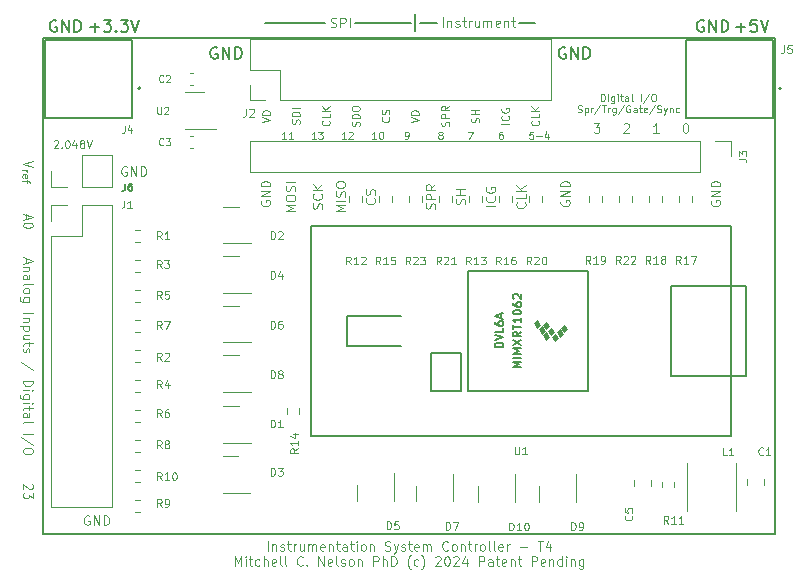
<source format=gbr>
%TF.GenerationSoftware,KiCad,Pcbnew,6.0.11-3.fc37*%
%TF.CreationDate,2024-04-07T15:32:32-04:00*%
%TF.ProjectId,Controller_T4,436f6e74-726f-46c6-9c65-725f54342e6b,rev?*%
%TF.SameCoordinates,Original*%
%TF.FileFunction,Legend,Top*%
%TF.FilePolarity,Positive*%
%FSLAX46Y46*%
G04 Gerber Fmt 4.6, Leading zero omitted, Abs format (unit mm)*
G04 Created by KiCad (PCBNEW 6.0.11-3.fc37) date 2024-04-07 15:32:32*
%MOMM*%
%LPD*%
G01*
G04 APERTURE LIST*
%ADD10C,0.150000*%
%ADD11C,0.095000*%
%ADD12C,0.120000*%
%ADD13C,0.100000*%
%ADD14C,0.090000*%
%ADD15C,0.127000*%
%ADD16C,0.200000*%
G04 APERTURE END LIST*
D10*
X144300000Y-82760000D02*
X145690000Y-82760000D01*
X135930000Y-82740000D02*
X137400000Y-82740000D01*
X122830000Y-82715000D02*
X127910000Y-82715000D01*
X130450000Y-82715000D02*
X135130000Y-82715000D01*
X104000000Y-84000000D02*
X166000000Y-84000000D01*
X166000000Y-84000000D02*
X166000000Y-126000000D01*
X166000000Y-126000000D02*
X104000000Y-126000000D01*
X104000000Y-126000000D02*
X104000000Y-84000000D01*
X135530000Y-82000000D02*
X135530000Y-83430000D01*
X162714285Y-83071428D02*
X163476190Y-83071428D01*
X163095238Y-83452380D02*
X163095238Y-82690476D01*
X164428571Y-82452380D02*
X163952380Y-82452380D01*
X163904761Y-82928571D01*
X163952380Y-82880952D01*
X164047619Y-82833333D01*
X164285714Y-82833333D01*
X164380952Y-82880952D01*
X164428571Y-82928571D01*
X164476190Y-83023809D01*
X164476190Y-83261904D01*
X164428571Y-83357142D01*
X164380952Y-83404761D01*
X164285714Y-83452380D01*
X164047619Y-83452380D01*
X163952380Y-83404761D01*
X163904761Y-83357142D01*
X164761904Y-82452380D02*
X165095238Y-83452380D01*
X165428571Y-82452380D01*
D11*
X137602857Y-92188571D02*
X137545714Y-92160000D01*
X137517142Y-92131428D01*
X137488571Y-92074285D01*
X137488571Y-92045714D01*
X137517142Y-91988571D01*
X137545714Y-91960000D01*
X137602857Y-91931428D01*
X137717142Y-91931428D01*
X137774285Y-91960000D01*
X137802857Y-91988571D01*
X137831428Y-92045714D01*
X137831428Y-92074285D01*
X137802857Y-92131428D01*
X137774285Y-92160000D01*
X137717142Y-92188571D01*
X137602857Y-92188571D01*
X137545714Y-92217142D01*
X137517142Y-92245714D01*
X137488571Y-92302857D01*
X137488571Y-92417142D01*
X137517142Y-92474285D01*
X137545714Y-92502857D01*
X137602857Y-92531428D01*
X137717142Y-92531428D01*
X137774285Y-92502857D01*
X137802857Y-92474285D01*
X137831428Y-92417142D01*
X137831428Y-92302857D01*
X137802857Y-92245714D01*
X137774285Y-92217142D01*
X137717142Y-92188571D01*
D12*
X103051904Y-121750476D02*
X103090000Y-121788571D01*
X103128095Y-121864761D01*
X103128095Y-122055238D01*
X103090000Y-122131428D01*
X103051904Y-122169523D01*
X102975714Y-122207619D01*
X102899523Y-122207619D01*
X102785238Y-122169523D01*
X102328095Y-121712380D01*
X102328095Y-122207619D01*
X103128095Y-122474285D02*
X103128095Y-122969523D01*
X102823333Y-122702857D01*
X102823333Y-122817142D01*
X102785238Y-122893333D01*
X102747142Y-122931428D01*
X102670952Y-122969523D01*
X102480476Y-122969523D01*
X102404285Y-122931428D01*
X102366190Y-122893333D01*
X102328095Y-122817142D01*
X102328095Y-122588571D01*
X102366190Y-122512380D01*
X102404285Y-122474285D01*
X156131903Y-92021904D02*
X155674760Y-92021904D01*
X155903332Y-92021904D02*
X155903332Y-91221904D01*
X155827141Y-91336190D01*
X155750951Y-91412380D01*
X155674760Y-91450476D01*
D13*
X130777142Y-91454285D02*
X130808571Y-91360000D01*
X130808571Y-91202857D01*
X130777142Y-91140000D01*
X130745714Y-91108571D01*
X130682857Y-91077142D01*
X130620000Y-91077142D01*
X130557142Y-91108571D01*
X130525714Y-91140000D01*
X130494285Y-91202857D01*
X130462857Y-91328571D01*
X130431428Y-91391428D01*
X130400000Y-91422857D01*
X130337142Y-91454285D01*
X130274285Y-91454285D01*
X130211428Y-91422857D01*
X130180000Y-91391428D01*
X130148571Y-91328571D01*
X130148571Y-91171428D01*
X130180000Y-91077142D01*
X130808571Y-90794285D02*
X130148571Y-90794285D01*
X130148571Y-90637142D01*
X130180000Y-90542857D01*
X130242857Y-90480000D01*
X130305714Y-90448571D01*
X130431428Y-90417142D01*
X130525714Y-90417142D01*
X130651428Y-90448571D01*
X130714285Y-90480000D01*
X130777142Y-90542857D01*
X130808571Y-90637142D01*
X130808571Y-90794285D01*
X130148571Y-90008571D02*
X130148571Y-89882857D01*
X130180000Y-89820000D01*
X130242857Y-89757142D01*
X130368571Y-89725714D01*
X130588571Y-89725714D01*
X130714285Y-89757142D01*
X130777142Y-89820000D01*
X130808571Y-89882857D01*
X130808571Y-90008571D01*
X130777142Y-90071428D01*
X130714285Y-90134285D01*
X130588571Y-90165714D01*
X130368571Y-90165714D01*
X130242857Y-90134285D01*
X130180000Y-90071428D01*
X130148571Y-90008571D01*
D11*
X124595714Y-92531428D02*
X124252857Y-92531428D01*
X124424285Y-92531428D02*
X124424285Y-91931428D01*
X124367142Y-92017142D01*
X124310000Y-92074285D01*
X124252857Y-92102857D01*
X125167142Y-92531428D02*
X124824285Y-92531428D01*
X124995714Y-92531428D02*
X124995714Y-91931428D01*
X124938571Y-92017142D01*
X124881428Y-92074285D01*
X124824285Y-92102857D01*
D13*
X143468571Y-91250000D02*
X142808571Y-91250000D01*
X143405714Y-90558571D02*
X143437142Y-90590000D01*
X143468571Y-90684285D01*
X143468571Y-90747142D01*
X143437142Y-90841428D01*
X143374285Y-90904285D01*
X143311428Y-90935714D01*
X143185714Y-90967142D01*
X143091428Y-90967142D01*
X142965714Y-90935714D01*
X142902857Y-90904285D01*
X142840000Y-90841428D01*
X142808571Y-90747142D01*
X142808571Y-90684285D01*
X142840000Y-90590000D01*
X142871428Y-90558571D01*
X142840000Y-89930000D02*
X142808571Y-89992857D01*
X142808571Y-90087142D01*
X142840000Y-90181428D01*
X142902857Y-90244285D01*
X142965714Y-90275714D01*
X143091428Y-90307142D01*
X143185714Y-90307142D01*
X143311428Y-90275714D01*
X143374285Y-90244285D01*
X143437142Y-90181428D01*
X143468571Y-90087142D01*
X143468571Y-90024285D01*
X143437142Y-89930000D01*
X143405714Y-89898571D01*
X143185714Y-89898571D01*
X143185714Y-90024285D01*
D10*
X159938095Y-82530000D02*
X159842857Y-82482380D01*
X159700000Y-82482380D01*
X159557142Y-82530000D01*
X159461904Y-82625238D01*
X159414285Y-82720476D01*
X159366666Y-82910952D01*
X159366666Y-83053809D01*
X159414285Y-83244285D01*
X159461904Y-83339523D01*
X159557142Y-83434761D01*
X159700000Y-83482380D01*
X159795238Y-83482380D01*
X159938095Y-83434761D01*
X159985714Y-83387142D01*
X159985714Y-83053809D01*
X159795238Y-83053809D01*
X160414285Y-83482380D02*
X160414285Y-82482380D01*
X160985714Y-83482380D01*
X160985714Y-82482380D01*
X161461904Y-83482380D02*
X161461904Y-82482380D01*
X161700000Y-82482380D01*
X161842857Y-82530000D01*
X161938095Y-82625238D01*
X161985714Y-82720476D01*
X162033333Y-82910952D01*
X162033333Y-83053809D01*
X161985714Y-83244285D01*
X161938095Y-83339523D01*
X161842857Y-83434761D01*
X161700000Y-83482380D01*
X161461904Y-83482380D01*
X105138095Y-82510000D02*
X105042857Y-82462380D01*
X104900000Y-82462380D01*
X104757142Y-82510000D01*
X104661904Y-82605238D01*
X104614285Y-82700476D01*
X104566666Y-82890952D01*
X104566666Y-83033809D01*
X104614285Y-83224285D01*
X104661904Y-83319523D01*
X104757142Y-83414761D01*
X104900000Y-83462380D01*
X104995238Y-83462380D01*
X105138095Y-83414761D01*
X105185714Y-83367142D01*
X105185714Y-83033809D01*
X104995238Y-83033809D01*
X105614285Y-83462380D02*
X105614285Y-82462380D01*
X106185714Y-83462380D01*
X106185714Y-82462380D01*
X106661904Y-83462380D02*
X106661904Y-82462380D01*
X106900000Y-82462380D01*
X107042857Y-82510000D01*
X107138095Y-82605238D01*
X107185714Y-82700476D01*
X107233333Y-82890952D01*
X107233333Y-83033809D01*
X107185714Y-83224285D01*
X107138095Y-83319523D01*
X107042857Y-83414761D01*
X106900000Y-83462380D01*
X106661904Y-83462380D01*
D12*
X150623333Y-91221904D02*
X151118571Y-91221904D01*
X150851904Y-91526666D01*
X150966190Y-91526666D01*
X151042380Y-91564761D01*
X151080476Y-91602857D01*
X151118571Y-91679047D01*
X151118571Y-91869523D01*
X151080476Y-91945714D01*
X151042380Y-91983809D01*
X150966190Y-92021904D01*
X150737619Y-92021904D01*
X150661428Y-91983809D01*
X150623333Y-91945714D01*
D13*
X140907142Y-91124285D02*
X140938571Y-91030000D01*
X140938571Y-90872857D01*
X140907142Y-90810000D01*
X140875714Y-90778571D01*
X140812857Y-90747142D01*
X140750000Y-90747142D01*
X140687142Y-90778571D01*
X140655714Y-90810000D01*
X140624285Y-90872857D01*
X140592857Y-90998571D01*
X140561428Y-91061428D01*
X140530000Y-91092857D01*
X140467142Y-91124285D01*
X140404285Y-91124285D01*
X140341428Y-91092857D01*
X140310000Y-91061428D01*
X140278571Y-90998571D01*
X140278571Y-90841428D01*
X140310000Y-90747142D01*
X140938571Y-90464285D02*
X140278571Y-90464285D01*
X140592857Y-90464285D02*
X140592857Y-90087142D01*
X140938571Y-90087142D02*
X140278571Y-90087142D01*
D14*
X151245714Y-89328428D02*
X151245714Y-88728428D01*
X151388571Y-88728428D01*
X151474285Y-88757000D01*
X151531428Y-88814142D01*
X151560000Y-88871285D01*
X151588571Y-88985571D01*
X151588571Y-89071285D01*
X151560000Y-89185571D01*
X151531428Y-89242714D01*
X151474285Y-89299857D01*
X151388571Y-89328428D01*
X151245714Y-89328428D01*
X151845714Y-89328428D02*
X151845714Y-88928428D01*
X151845714Y-88728428D02*
X151817142Y-88757000D01*
X151845714Y-88785571D01*
X151874285Y-88757000D01*
X151845714Y-88728428D01*
X151845714Y-88785571D01*
X152388571Y-88928428D02*
X152388571Y-89414142D01*
X152360000Y-89471285D01*
X152331428Y-89499857D01*
X152274285Y-89528428D01*
X152188571Y-89528428D01*
X152131428Y-89499857D01*
X152388571Y-89299857D02*
X152331428Y-89328428D01*
X152217142Y-89328428D01*
X152160000Y-89299857D01*
X152131428Y-89271285D01*
X152102857Y-89214142D01*
X152102857Y-89042714D01*
X152131428Y-88985571D01*
X152160000Y-88957000D01*
X152217142Y-88928428D01*
X152331428Y-88928428D01*
X152388571Y-88957000D01*
X152674285Y-89328428D02*
X152674285Y-88928428D01*
X152674285Y-88728428D02*
X152645714Y-88757000D01*
X152674285Y-88785571D01*
X152702857Y-88757000D01*
X152674285Y-88728428D01*
X152674285Y-88785571D01*
X152874285Y-88928428D02*
X153102857Y-88928428D01*
X152960000Y-88728428D02*
X152960000Y-89242714D01*
X152988571Y-89299857D01*
X153045714Y-89328428D01*
X153102857Y-89328428D01*
X153560000Y-89328428D02*
X153560000Y-89014142D01*
X153531428Y-88957000D01*
X153474285Y-88928428D01*
X153360000Y-88928428D01*
X153302857Y-88957000D01*
X153560000Y-89299857D02*
X153502857Y-89328428D01*
X153360000Y-89328428D01*
X153302857Y-89299857D01*
X153274285Y-89242714D01*
X153274285Y-89185571D01*
X153302857Y-89128428D01*
X153360000Y-89099857D01*
X153502857Y-89099857D01*
X153560000Y-89071285D01*
X153931428Y-89328428D02*
X153874285Y-89299857D01*
X153845714Y-89242714D01*
X153845714Y-88728428D01*
X154617142Y-89328428D02*
X154617142Y-88728428D01*
X155331428Y-88699857D02*
X154817142Y-89471285D01*
X155645714Y-88728428D02*
X155760000Y-88728428D01*
X155817142Y-88757000D01*
X155874285Y-88814142D01*
X155902857Y-88928428D01*
X155902857Y-89128428D01*
X155874285Y-89242714D01*
X155817142Y-89299857D01*
X155760000Y-89328428D01*
X155645714Y-89328428D01*
X155588571Y-89299857D01*
X155531428Y-89242714D01*
X155502857Y-89128428D01*
X155502857Y-88928428D01*
X155531428Y-88814142D01*
X155588571Y-88757000D01*
X155645714Y-88728428D01*
X149260000Y-90265857D02*
X149345714Y-90294428D01*
X149488571Y-90294428D01*
X149545714Y-90265857D01*
X149574285Y-90237285D01*
X149602857Y-90180142D01*
X149602857Y-90123000D01*
X149574285Y-90065857D01*
X149545714Y-90037285D01*
X149488571Y-90008714D01*
X149374285Y-89980142D01*
X149317142Y-89951571D01*
X149288571Y-89923000D01*
X149260000Y-89865857D01*
X149260000Y-89808714D01*
X149288571Y-89751571D01*
X149317142Y-89723000D01*
X149374285Y-89694428D01*
X149517142Y-89694428D01*
X149602857Y-89723000D01*
X149860000Y-89894428D02*
X149860000Y-90494428D01*
X149860000Y-89923000D02*
X149917142Y-89894428D01*
X150031428Y-89894428D01*
X150088571Y-89923000D01*
X150117142Y-89951571D01*
X150145714Y-90008714D01*
X150145714Y-90180142D01*
X150117142Y-90237285D01*
X150088571Y-90265857D01*
X150031428Y-90294428D01*
X149917142Y-90294428D01*
X149860000Y-90265857D01*
X150402857Y-90294428D02*
X150402857Y-89894428D01*
X150402857Y-90008714D02*
X150431428Y-89951571D01*
X150460000Y-89923000D01*
X150517142Y-89894428D01*
X150574285Y-89894428D01*
X151202857Y-89665857D02*
X150688571Y-90437285D01*
X151317142Y-89694428D02*
X151660000Y-89694428D01*
X151488571Y-90294428D02*
X151488571Y-89694428D01*
X151860000Y-90294428D02*
X151860000Y-89894428D01*
X151860000Y-90008714D02*
X151888571Y-89951571D01*
X151917142Y-89923000D01*
X151974285Y-89894428D01*
X152031428Y-89894428D01*
X152488571Y-89894428D02*
X152488571Y-90380142D01*
X152460000Y-90437285D01*
X152431428Y-90465857D01*
X152374285Y-90494428D01*
X152288571Y-90494428D01*
X152231428Y-90465857D01*
X152488571Y-90265857D02*
X152431428Y-90294428D01*
X152317142Y-90294428D01*
X152260000Y-90265857D01*
X152231428Y-90237285D01*
X152202857Y-90180142D01*
X152202857Y-90008714D01*
X152231428Y-89951571D01*
X152260000Y-89923000D01*
X152317142Y-89894428D01*
X152431428Y-89894428D01*
X152488571Y-89923000D01*
X153202857Y-89665857D02*
X152688571Y-90437285D01*
X153717142Y-89723000D02*
X153660000Y-89694428D01*
X153574285Y-89694428D01*
X153488571Y-89723000D01*
X153431428Y-89780142D01*
X153402857Y-89837285D01*
X153374285Y-89951571D01*
X153374285Y-90037285D01*
X153402857Y-90151571D01*
X153431428Y-90208714D01*
X153488571Y-90265857D01*
X153574285Y-90294428D01*
X153631428Y-90294428D01*
X153717142Y-90265857D01*
X153745714Y-90237285D01*
X153745714Y-90037285D01*
X153631428Y-90037285D01*
X154260000Y-90294428D02*
X154260000Y-89980142D01*
X154231428Y-89923000D01*
X154174285Y-89894428D01*
X154060000Y-89894428D01*
X154002857Y-89923000D01*
X154260000Y-90265857D02*
X154202857Y-90294428D01*
X154060000Y-90294428D01*
X154002857Y-90265857D01*
X153974285Y-90208714D01*
X153974285Y-90151571D01*
X154002857Y-90094428D01*
X154060000Y-90065857D01*
X154202857Y-90065857D01*
X154260000Y-90037285D01*
X154460000Y-89894428D02*
X154688571Y-89894428D01*
X154545714Y-89694428D02*
X154545714Y-90208714D01*
X154574285Y-90265857D01*
X154631428Y-90294428D01*
X154688571Y-90294428D01*
X155117142Y-90265857D02*
X155060000Y-90294428D01*
X154945714Y-90294428D01*
X154888571Y-90265857D01*
X154860000Y-90208714D01*
X154860000Y-89980142D01*
X154888571Y-89923000D01*
X154945714Y-89894428D01*
X155060000Y-89894428D01*
X155117142Y-89923000D01*
X155145714Y-89980142D01*
X155145714Y-90037285D01*
X154860000Y-90094428D01*
X155831428Y-89665857D02*
X155317142Y-90437285D01*
X156002857Y-90265857D02*
X156088571Y-90294428D01*
X156231428Y-90294428D01*
X156288571Y-90265857D01*
X156317142Y-90237285D01*
X156345714Y-90180142D01*
X156345714Y-90123000D01*
X156317142Y-90065857D01*
X156288571Y-90037285D01*
X156231428Y-90008714D01*
X156117142Y-89980142D01*
X156060000Y-89951571D01*
X156031428Y-89923000D01*
X156002857Y-89865857D01*
X156002857Y-89808714D01*
X156031428Y-89751571D01*
X156060000Y-89723000D01*
X156117142Y-89694428D01*
X156260000Y-89694428D01*
X156345714Y-89723000D01*
X156545714Y-89894428D02*
X156688571Y-90294428D01*
X156831428Y-89894428D02*
X156688571Y-90294428D01*
X156631428Y-90437285D01*
X156602857Y-90465857D01*
X156545714Y-90494428D01*
X157060000Y-89894428D02*
X157060000Y-90294428D01*
X157060000Y-89951571D02*
X157088571Y-89923000D01*
X157145714Y-89894428D01*
X157231428Y-89894428D01*
X157288571Y-89923000D01*
X157317142Y-89980142D01*
X157317142Y-90294428D01*
X157860000Y-90265857D02*
X157802857Y-90294428D01*
X157688571Y-90294428D01*
X157631428Y-90265857D01*
X157602857Y-90237285D01*
X157574285Y-90180142D01*
X157574285Y-90008714D01*
X157602857Y-89951571D01*
X157631428Y-89923000D01*
X157688571Y-89894428D01*
X157802857Y-89894428D01*
X157860000Y-89923000D01*
D12*
X147850000Y-97779523D02*
X147811904Y-97855714D01*
X147811904Y-97970000D01*
X147850000Y-98084285D01*
X147926190Y-98160476D01*
X148002380Y-98198571D01*
X148154761Y-98236666D01*
X148269047Y-98236666D01*
X148421428Y-98198571D01*
X148497619Y-98160476D01*
X148573809Y-98084285D01*
X148611904Y-97970000D01*
X148611904Y-97893809D01*
X148573809Y-97779523D01*
X148535714Y-97741428D01*
X148269047Y-97741428D01*
X148269047Y-97893809D01*
X148611904Y-97398571D02*
X147811904Y-97398571D01*
X148611904Y-96941428D01*
X147811904Y-96941428D01*
X148611904Y-96560476D02*
X147811904Y-96560476D01*
X147811904Y-96370000D01*
X147850000Y-96255714D01*
X147926190Y-96179523D01*
X148002380Y-96141428D01*
X148154761Y-96103333D01*
X148269047Y-96103333D01*
X148421428Y-96141428D01*
X148497619Y-96179523D01*
X148573809Y-96255714D01*
X148611904Y-96370000D01*
X148611904Y-96560476D01*
D13*
X122558571Y-91140000D02*
X123218571Y-90920000D01*
X122558571Y-90700000D01*
X123218571Y-90480000D02*
X122558571Y-90480000D01*
X122558571Y-90322857D01*
X122590000Y-90228571D01*
X122652857Y-90165714D01*
X122715714Y-90134285D01*
X122841428Y-90102857D01*
X122935714Y-90102857D01*
X123061428Y-90134285D01*
X123124285Y-90165714D01*
X123187142Y-90228571D01*
X123218571Y-90322857D01*
X123218571Y-90480000D01*
D12*
X137859523Y-83051904D02*
X137859523Y-82251904D01*
X138240476Y-82518571D02*
X138240476Y-83051904D01*
X138240476Y-82594761D02*
X138278571Y-82556666D01*
X138354761Y-82518571D01*
X138469047Y-82518571D01*
X138545238Y-82556666D01*
X138583333Y-82632857D01*
X138583333Y-83051904D01*
X138926190Y-83013809D02*
X139002380Y-83051904D01*
X139154761Y-83051904D01*
X139230952Y-83013809D01*
X139269047Y-82937619D01*
X139269047Y-82899523D01*
X139230952Y-82823333D01*
X139154761Y-82785238D01*
X139040476Y-82785238D01*
X138964285Y-82747142D01*
X138926190Y-82670952D01*
X138926190Y-82632857D01*
X138964285Y-82556666D01*
X139040476Y-82518571D01*
X139154761Y-82518571D01*
X139230952Y-82556666D01*
X139497619Y-82518571D02*
X139802380Y-82518571D01*
X139611904Y-82251904D02*
X139611904Y-82937619D01*
X139650000Y-83013809D01*
X139726190Y-83051904D01*
X139802380Y-83051904D01*
X140069047Y-83051904D02*
X140069047Y-82518571D01*
X140069047Y-82670952D02*
X140107142Y-82594761D01*
X140145238Y-82556666D01*
X140221428Y-82518571D01*
X140297619Y-82518571D01*
X140907142Y-82518571D02*
X140907142Y-83051904D01*
X140564285Y-82518571D02*
X140564285Y-82937619D01*
X140602380Y-83013809D01*
X140678571Y-83051904D01*
X140792857Y-83051904D01*
X140869047Y-83013809D01*
X140907142Y-82975714D01*
X141288095Y-83051904D02*
X141288095Y-82518571D01*
X141288095Y-82594761D02*
X141326190Y-82556666D01*
X141402380Y-82518571D01*
X141516666Y-82518571D01*
X141592857Y-82556666D01*
X141630952Y-82632857D01*
X141630952Y-83051904D01*
X141630952Y-82632857D02*
X141669047Y-82556666D01*
X141745238Y-82518571D01*
X141859523Y-82518571D01*
X141935714Y-82556666D01*
X141973809Y-82632857D01*
X141973809Y-83051904D01*
X142659523Y-83013809D02*
X142583333Y-83051904D01*
X142430952Y-83051904D01*
X142354761Y-83013809D01*
X142316666Y-82937619D01*
X142316666Y-82632857D01*
X142354761Y-82556666D01*
X142430952Y-82518571D01*
X142583333Y-82518571D01*
X142659523Y-82556666D01*
X142697619Y-82632857D01*
X142697619Y-82709047D01*
X142316666Y-82785238D01*
X143040476Y-82518571D02*
X143040476Y-83051904D01*
X143040476Y-82594761D02*
X143078571Y-82556666D01*
X143154761Y-82518571D01*
X143269047Y-82518571D01*
X143345238Y-82556666D01*
X143383333Y-82632857D01*
X143383333Y-83051904D01*
X143650000Y-82518571D02*
X143954761Y-82518571D01*
X143764285Y-82251904D02*
X143764285Y-82937619D01*
X143802380Y-83013809D01*
X143878571Y-83051904D01*
X143954761Y-83051904D01*
D10*
X148238095Y-84800000D02*
X148142857Y-84752380D01*
X148000000Y-84752380D01*
X147857142Y-84800000D01*
X147761904Y-84895238D01*
X147714285Y-84990476D01*
X147666666Y-85180952D01*
X147666666Y-85323809D01*
X147714285Y-85514285D01*
X147761904Y-85609523D01*
X147857142Y-85704761D01*
X148000000Y-85752380D01*
X148095238Y-85752380D01*
X148238095Y-85704761D01*
X148285714Y-85657142D01*
X148285714Y-85323809D01*
X148095238Y-85323809D01*
X148714285Y-85752380D02*
X148714285Y-84752380D01*
X149285714Y-85752380D01*
X149285714Y-84752380D01*
X149761904Y-85752380D02*
X149761904Y-84752380D01*
X150000000Y-84752380D01*
X150142857Y-84800000D01*
X150238095Y-84895238D01*
X150285714Y-84990476D01*
X150333333Y-85180952D01*
X150333333Y-85323809D01*
X150285714Y-85514285D01*
X150238095Y-85609523D01*
X150142857Y-85704761D01*
X150000000Y-85752380D01*
X149761904Y-85752380D01*
D12*
X102556666Y-98928571D02*
X102556666Y-99309523D01*
X102328095Y-98852380D02*
X103128095Y-99119047D01*
X102328095Y-99385714D01*
X103128095Y-99804761D02*
X103128095Y-99880952D01*
X103090000Y-99957142D01*
X103051904Y-99995238D01*
X102975714Y-100033333D01*
X102823333Y-100071428D01*
X102632857Y-100071428D01*
X102480476Y-100033333D01*
X102404285Y-99995238D01*
X102366190Y-99957142D01*
X102328095Y-99880952D01*
X102328095Y-99804761D01*
X102366190Y-99728571D01*
X102404285Y-99690476D01*
X102480476Y-99652380D01*
X102632857Y-99614285D01*
X102823333Y-99614285D01*
X102975714Y-99652380D01*
X103051904Y-99690476D01*
X103090000Y-99728571D01*
X103128095Y-99804761D01*
D13*
X104928571Y-92701428D02*
X104960000Y-92670000D01*
X105022857Y-92638571D01*
X105180000Y-92638571D01*
X105242857Y-92670000D01*
X105274285Y-92701428D01*
X105305714Y-92764285D01*
X105305714Y-92827142D01*
X105274285Y-92921428D01*
X104897142Y-93298571D01*
X105305714Y-93298571D01*
X105588571Y-93235714D02*
X105620000Y-93267142D01*
X105588571Y-93298571D01*
X105557142Y-93267142D01*
X105588571Y-93235714D01*
X105588571Y-93298571D01*
X106028571Y-92638571D02*
X106091428Y-92638571D01*
X106154285Y-92670000D01*
X106185714Y-92701428D01*
X106217142Y-92764285D01*
X106248571Y-92890000D01*
X106248571Y-93047142D01*
X106217142Y-93172857D01*
X106185714Y-93235714D01*
X106154285Y-93267142D01*
X106091428Y-93298571D01*
X106028571Y-93298571D01*
X105965714Y-93267142D01*
X105934285Y-93235714D01*
X105902857Y-93172857D01*
X105871428Y-93047142D01*
X105871428Y-92890000D01*
X105902857Y-92764285D01*
X105934285Y-92701428D01*
X105965714Y-92670000D01*
X106028571Y-92638571D01*
X106814285Y-92858571D02*
X106814285Y-93298571D01*
X106657142Y-92607142D02*
X106500000Y-93078571D01*
X106908571Y-93078571D01*
X107254285Y-92921428D02*
X107191428Y-92890000D01*
X107160000Y-92858571D01*
X107128571Y-92795714D01*
X107128571Y-92764285D01*
X107160000Y-92701428D01*
X107191428Y-92670000D01*
X107254285Y-92638571D01*
X107380000Y-92638571D01*
X107442857Y-92670000D01*
X107474285Y-92701428D01*
X107505714Y-92764285D01*
X107505714Y-92795714D01*
X107474285Y-92858571D01*
X107442857Y-92890000D01*
X107380000Y-92921428D01*
X107254285Y-92921428D01*
X107191428Y-92952857D01*
X107160000Y-92984285D01*
X107128571Y-93047142D01*
X107128571Y-93172857D01*
X107160000Y-93235714D01*
X107191428Y-93267142D01*
X107254285Y-93298571D01*
X107380000Y-93298571D01*
X107442857Y-93267142D01*
X107474285Y-93235714D01*
X107505714Y-93172857D01*
X107505714Y-93047142D01*
X107474285Y-92984285D01*
X107442857Y-92952857D01*
X107380000Y-92921428D01*
X107694285Y-92638571D02*
X107914285Y-93298571D01*
X108134285Y-92638571D01*
D11*
X134685714Y-92531428D02*
X134800000Y-92531428D01*
X134857142Y-92502857D01*
X134885714Y-92474285D01*
X134942857Y-92388571D01*
X134971428Y-92274285D01*
X134971428Y-92045714D01*
X134942857Y-91988571D01*
X134914285Y-91960000D01*
X134857142Y-91931428D01*
X134742857Y-91931428D01*
X134685714Y-91960000D01*
X134657142Y-91988571D01*
X134628571Y-92045714D01*
X134628571Y-92188571D01*
X134657142Y-92245714D01*
X134685714Y-92274285D01*
X134742857Y-92302857D01*
X134857142Y-92302857D01*
X134914285Y-92274285D01*
X134942857Y-92245714D01*
X134971428Y-92188571D01*
D12*
X160580000Y-97779523D02*
X160541904Y-97855714D01*
X160541904Y-97970000D01*
X160580000Y-98084285D01*
X160656190Y-98160476D01*
X160732380Y-98198571D01*
X160884761Y-98236666D01*
X160999047Y-98236666D01*
X161151428Y-98198571D01*
X161227619Y-98160476D01*
X161303809Y-98084285D01*
X161341904Y-97970000D01*
X161341904Y-97893809D01*
X161303809Y-97779523D01*
X161265714Y-97741428D01*
X160999047Y-97741428D01*
X160999047Y-97893809D01*
X161341904Y-97398571D02*
X160541904Y-97398571D01*
X161341904Y-96941428D01*
X160541904Y-96941428D01*
X161341904Y-96560476D02*
X160541904Y-96560476D01*
X160541904Y-96370000D01*
X160580000Y-96255714D01*
X160656190Y-96179523D01*
X160732380Y-96141428D01*
X160884761Y-96103333D01*
X160999047Y-96103333D01*
X161151428Y-96141428D01*
X161227619Y-96179523D01*
X161303809Y-96255714D01*
X161341904Y-96370000D01*
X161341904Y-96560476D01*
D13*
X145935714Y-90982857D02*
X145967142Y-91014285D01*
X145998571Y-91108571D01*
X145998571Y-91171428D01*
X145967142Y-91265714D01*
X145904285Y-91328571D01*
X145841428Y-91360000D01*
X145715714Y-91391428D01*
X145621428Y-91391428D01*
X145495714Y-91360000D01*
X145432857Y-91328571D01*
X145370000Y-91265714D01*
X145338571Y-91171428D01*
X145338571Y-91108571D01*
X145370000Y-91014285D01*
X145401428Y-90982857D01*
X145998571Y-90385714D02*
X145998571Y-90700000D01*
X145338571Y-90700000D01*
X145998571Y-90165714D02*
X145338571Y-90165714D01*
X145998571Y-89788571D02*
X145621428Y-90071428D01*
X145338571Y-89788571D02*
X145715714Y-90165714D01*
D12*
X132037449Y-97553333D02*
X132075544Y-97591428D01*
X132113639Y-97705714D01*
X132113639Y-97781904D01*
X132075544Y-97896190D01*
X131999354Y-97972380D01*
X131923163Y-98010476D01*
X131770782Y-98048571D01*
X131656496Y-98048571D01*
X131504115Y-98010476D01*
X131427925Y-97972380D01*
X131351735Y-97896190D01*
X131313639Y-97781904D01*
X131313639Y-97705714D01*
X131351735Y-97591428D01*
X131389830Y-97553333D01*
X132075544Y-97248571D02*
X132113639Y-97134285D01*
X132113639Y-96943809D01*
X132075544Y-96867619D01*
X132037449Y-96829523D01*
X131961258Y-96791428D01*
X131885068Y-96791428D01*
X131808877Y-96829523D01*
X131770782Y-96867619D01*
X131732687Y-96943809D01*
X131694592Y-97096190D01*
X131656496Y-97172380D01*
X131618401Y-97210476D01*
X131542211Y-97248571D01*
X131466020Y-97248571D01*
X131389830Y-97210476D01*
X131351735Y-97172380D01*
X131313639Y-97096190D01*
X131313639Y-96905714D01*
X131351735Y-96791428D01*
X122480000Y-97779523D02*
X122441904Y-97855714D01*
X122441904Y-97970000D01*
X122480000Y-98084285D01*
X122556190Y-98160476D01*
X122632380Y-98198571D01*
X122784761Y-98236666D01*
X122899047Y-98236666D01*
X123051428Y-98198571D01*
X123127619Y-98160476D01*
X123203809Y-98084285D01*
X123241904Y-97970000D01*
X123241904Y-97893809D01*
X123203809Y-97779523D01*
X123165714Y-97741428D01*
X122899047Y-97741428D01*
X122899047Y-97893809D01*
X123241904Y-97398571D02*
X122441904Y-97398571D01*
X123241904Y-96941428D01*
X122441904Y-96941428D01*
X123241904Y-96560476D02*
X122441904Y-96560476D01*
X122441904Y-96370000D01*
X122480000Y-96255714D01*
X122556190Y-96179523D01*
X122632380Y-96141428D01*
X122784761Y-96103333D01*
X122899047Y-96103333D01*
X123051428Y-96141428D01*
X123127619Y-96179523D01*
X123203809Y-96255714D01*
X123241904Y-96370000D01*
X123241904Y-96560476D01*
D11*
X132235714Y-92531428D02*
X131892857Y-92531428D01*
X132064285Y-92531428D02*
X132064285Y-91931428D01*
X132007142Y-92017142D01*
X131950000Y-92074285D01*
X131892857Y-92102857D01*
X132607142Y-91931428D02*
X132664285Y-91931428D01*
X132721428Y-91960000D01*
X132750000Y-91988571D01*
X132778571Y-92045714D01*
X132807142Y-92160000D01*
X132807142Y-92302857D01*
X132778571Y-92417142D01*
X132750000Y-92474285D01*
X132721428Y-92502857D01*
X132664285Y-92531428D01*
X132607142Y-92531428D01*
X132550000Y-92502857D01*
X132521428Y-92474285D01*
X132492857Y-92417142D01*
X132464285Y-92302857D01*
X132464285Y-92160000D01*
X132492857Y-92045714D01*
X132521428Y-91988571D01*
X132550000Y-91960000D01*
X132607142Y-91931428D01*
D10*
X118738095Y-84800000D02*
X118642857Y-84752380D01*
X118500000Y-84752380D01*
X118357142Y-84800000D01*
X118261904Y-84895238D01*
X118214285Y-84990476D01*
X118166666Y-85180952D01*
X118166666Y-85323809D01*
X118214285Y-85514285D01*
X118261904Y-85609523D01*
X118357142Y-85704761D01*
X118500000Y-85752380D01*
X118595238Y-85752380D01*
X118738095Y-85704761D01*
X118785714Y-85657142D01*
X118785714Y-85323809D01*
X118595238Y-85323809D01*
X119214285Y-85752380D02*
X119214285Y-84752380D01*
X119785714Y-85752380D01*
X119785714Y-84752380D01*
X120261904Y-85752380D02*
X120261904Y-84752380D01*
X120500000Y-84752380D01*
X120642857Y-84800000D01*
X120738095Y-84895238D01*
X120785714Y-84990476D01*
X120833333Y-85180952D01*
X120833333Y-85323809D01*
X120785714Y-85514285D01*
X120738095Y-85609523D01*
X120642857Y-85704761D01*
X120500000Y-85752380D01*
X120261904Y-85752380D01*
D12*
X111080476Y-94900000D02*
X111004285Y-94861904D01*
X110890000Y-94861904D01*
X110775714Y-94900000D01*
X110699523Y-94976190D01*
X110661428Y-95052380D01*
X110623333Y-95204761D01*
X110623333Y-95319047D01*
X110661428Y-95471428D01*
X110699523Y-95547619D01*
X110775714Y-95623809D01*
X110890000Y-95661904D01*
X110966190Y-95661904D01*
X111080476Y-95623809D01*
X111118571Y-95585714D01*
X111118571Y-95319047D01*
X110966190Y-95319047D01*
X111461428Y-95661904D02*
X111461428Y-94861904D01*
X111918571Y-95661904D01*
X111918571Y-94861904D01*
X112299523Y-95661904D02*
X112299523Y-94861904D01*
X112490000Y-94861904D01*
X112604285Y-94900000D01*
X112680476Y-94976190D01*
X112718571Y-95052380D01*
X112756666Y-95204761D01*
X112756666Y-95319047D01*
X112718571Y-95471428D01*
X112680476Y-95547619D01*
X112604285Y-95623809D01*
X112490000Y-95661904D01*
X112299523Y-95661904D01*
X153168094Y-91298095D02*
X153206189Y-91260000D01*
X153282380Y-91221904D01*
X153472856Y-91221904D01*
X153549046Y-91260000D01*
X153587142Y-91298095D01*
X153625237Y-91374285D01*
X153625237Y-91450476D01*
X153587142Y-91564761D01*
X153129999Y-92021904D01*
X153625237Y-92021904D01*
D13*
X133275714Y-90700001D02*
X133307142Y-90731429D01*
X133338571Y-90825715D01*
X133338571Y-90888572D01*
X133307142Y-90982858D01*
X133244285Y-91045715D01*
X133181428Y-91077143D01*
X133055714Y-91108572D01*
X132961428Y-91108572D01*
X132835714Y-91077143D01*
X132772857Y-91045715D01*
X132710000Y-90982858D01*
X132678571Y-90888572D01*
X132678571Y-90825715D01*
X132710000Y-90731429D01*
X132741428Y-90700001D01*
X133307142Y-90448572D02*
X133338571Y-90354286D01*
X133338571Y-90197143D01*
X133307142Y-90134286D01*
X133275714Y-90102858D01*
X133212857Y-90071429D01*
X133150000Y-90071429D01*
X133087142Y-90102858D01*
X133055714Y-90134286D01*
X133024285Y-90197143D01*
X132992857Y-90322858D01*
X132961428Y-90385715D01*
X132930000Y-90417143D01*
X132867142Y-90448572D01*
X132804285Y-90448572D01*
X132741428Y-90417143D01*
X132710000Y-90385715D01*
X132678571Y-90322858D01*
X132678571Y-90165715D01*
X132710000Y-90071429D01*
D12*
X129611904Y-98677141D02*
X128811904Y-98677141D01*
X129383333Y-98410475D01*
X128811904Y-98143808D01*
X129611904Y-98143808D01*
X129611904Y-97762856D02*
X128811904Y-97762856D01*
X129573809Y-97419999D02*
X129611904Y-97305713D01*
X129611904Y-97115237D01*
X129573809Y-97039046D01*
X129535714Y-97000951D01*
X129459523Y-96962856D01*
X129383333Y-96962856D01*
X129307142Y-97000951D01*
X129269047Y-97039046D01*
X129230952Y-97115237D01*
X129192857Y-97267618D01*
X129154761Y-97343808D01*
X129116666Y-97381903D01*
X129040476Y-97419999D01*
X128964285Y-97419999D01*
X128888095Y-97381903D01*
X128850000Y-97343808D01*
X128811904Y-97267618D01*
X128811904Y-97077141D01*
X128850000Y-96962856D01*
X128811904Y-96467618D02*
X128811904Y-96315237D01*
X128850000Y-96239046D01*
X128926190Y-96162856D01*
X129078571Y-96124760D01*
X129345238Y-96124760D01*
X129497619Y-96162856D01*
X129573809Y-96239046D01*
X129611904Y-96315237D01*
X129611904Y-96467618D01*
X129573809Y-96543808D01*
X129497619Y-96619999D01*
X129345238Y-96658094D01*
X129078571Y-96658094D01*
X128926190Y-96619999D01*
X128850000Y-96543808D01*
X128811904Y-96467618D01*
X102556666Y-102644285D02*
X102556666Y-103025238D01*
X102328095Y-102568095D02*
X103128095Y-102834761D01*
X102328095Y-103101428D01*
X102861428Y-103368095D02*
X102328095Y-103368095D01*
X102785238Y-103368095D02*
X102823333Y-103406190D01*
X102861428Y-103482380D01*
X102861428Y-103596666D01*
X102823333Y-103672857D01*
X102747142Y-103710952D01*
X102328095Y-103710952D01*
X102328095Y-104434761D02*
X102747142Y-104434761D01*
X102823333Y-104396666D01*
X102861428Y-104320476D01*
X102861428Y-104168095D01*
X102823333Y-104091904D01*
X102366190Y-104434761D02*
X102328095Y-104358571D01*
X102328095Y-104168095D01*
X102366190Y-104091904D01*
X102442380Y-104053809D01*
X102518571Y-104053809D01*
X102594761Y-104091904D01*
X102632857Y-104168095D01*
X102632857Y-104358571D01*
X102670952Y-104434761D01*
X102328095Y-104930000D02*
X102366190Y-104853809D01*
X102442380Y-104815714D01*
X103128095Y-104815714D01*
X102328095Y-105349047D02*
X102366190Y-105272857D01*
X102404285Y-105234761D01*
X102480476Y-105196666D01*
X102709047Y-105196666D01*
X102785238Y-105234761D01*
X102823333Y-105272857D01*
X102861428Y-105349047D01*
X102861428Y-105463333D01*
X102823333Y-105539523D01*
X102785238Y-105577619D01*
X102709047Y-105615714D01*
X102480476Y-105615714D01*
X102404285Y-105577619D01*
X102366190Y-105539523D01*
X102328095Y-105463333D01*
X102328095Y-105349047D01*
X102861428Y-106301428D02*
X102213809Y-106301428D01*
X102137619Y-106263333D01*
X102099523Y-106225238D01*
X102061428Y-106149047D01*
X102061428Y-106034761D01*
X102099523Y-105958571D01*
X102366190Y-106301428D02*
X102328095Y-106225238D01*
X102328095Y-106072857D01*
X102366190Y-105996666D01*
X102404285Y-105958571D01*
X102480476Y-105920476D01*
X102709047Y-105920476D01*
X102785238Y-105958571D01*
X102823333Y-105996666D01*
X102861428Y-106072857D01*
X102861428Y-106225238D01*
X102823333Y-106301428D01*
X102328095Y-107291904D02*
X103128095Y-107291904D01*
X102861428Y-107672857D02*
X102328095Y-107672857D01*
X102785238Y-107672857D02*
X102823333Y-107710952D01*
X102861428Y-107787142D01*
X102861428Y-107901428D01*
X102823333Y-107977619D01*
X102747142Y-108015714D01*
X102328095Y-108015714D01*
X102861428Y-108396666D02*
X102061428Y-108396666D01*
X102823333Y-108396666D02*
X102861428Y-108472857D01*
X102861428Y-108625238D01*
X102823333Y-108701428D01*
X102785238Y-108739523D01*
X102709047Y-108777619D01*
X102480476Y-108777619D01*
X102404285Y-108739523D01*
X102366190Y-108701428D01*
X102328095Y-108625238D01*
X102328095Y-108472857D01*
X102366190Y-108396666D01*
X102861428Y-109463333D02*
X102328095Y-109463333D01*
X102861428Y-109120476D02*
X102442380Y-109120476D01*
X102366190Y-109158571D01*
X102328095Y-109234761D01*
X102328095Y-109349047D01*
X102366190Y-109425238D01*
X102404285Y-109463333D01*
X102861428Y-109730000D02*
X102861428Y-110034761D01*
X103128095Y-109844285D02*
X102442380Y-109844285D01*
X102366190Y-109882380D01*
X102328095Y-109958571D01*
X102328095Y-110034761D01*
X102366190Y-110263333D02*
X102328095Y-110339523D01*
X102328095Y-110491904D01*
X102366190Y-110568095D01*
X102442380Y-110606190D01*
X102480476Y-110606190D01*
X102556666Y-110568095D01*
X102594761Y-110491904D01*
X102594761Y-110377619D01*
X102632857Y-110301428D01*
X102709047Y-110263333D01*
X102747142Y-110263333D01*
X102823333Y-110301428D01*
X102861428Y-110377619D01*
X102861428Y-110491904D01*
X102823333Y-110568095D01*
X103166190Y-112130000D02*
X102137619Y-111444285D01*
X102328095Y-113006190D02*
X103128095Y-113006190D01*
X103128095Y-113196666D01*
X103090000Y-113310952D01*
X103013809Y-113387142D01*
X102937619Y-113425238D01*
X102785238Y-113463333D01*
X102670952Y-113463333D01*
X102518571Y-113425238D01*
X102442380Y-113387142D01*
X102366190Y-113310952D01*
X102328095Y-113196666D01*
X102328095Y-113006190D01*
X102328095Y-113806190D02*
X102861428Y-113806190D01*
X103128095Y-113806190D02*
X103090000Y-113768095D01*
X103051904Y-113806190D01*
X103090000Y-113844285D01*
X103128095Y-113806190D01*
X103051904Y-113806190D01*
X102861428Y-114530000D02*
X102213809Y-114530000D01*
X102137619Y-114491904D01*
X102099523Y-114453809D01*
X102061428Y-114377619D01*
X102061428Y-114263333D01*
X102099523Y-114187142D01*
X102366190Y-114530000D02*
X102328095Y-114453809D01*
X102328095Y-114301428D01*
X102366190Y-114225238D01*
X102404285Y-114187142D01*
X102480476Y-114149047D01*
X102709047Y-114149047D01*
X102785238Y-114187142D01*
X102823333Y-114225238D01*
X102861428Y-114301428D01*
X102861428Y-114453809D01*
X102823333Y-114530000D01*
X102328095Y-114910952D02*
X102861428Y-114910952D01*
X103128095Y-114910952D02*
X103090000Y-114872857D01*
X103051904Y-114910952D01*
X103090000Y-114949047D01*
X103128095Y-114910952D01*
X103051904Y-114910952D01*
X102861428Y-115177619D02*
X102861428Y-115482380D01*
X103128095Y-115291904D02*
X102442380Y-115291904D01*
X102366190Y-115330000D01*
X102328095Y-115406190D01*
X102328095Y-115482380D01*
X102328095Y-116091904D02*
X102747142Y-116091904D01*
X102823333Y-116053809D01*
X102861428Y-115977619D01*
X102861428Y-115825238D01*
X102823333Y-115749047D01*
X102366190Y-116091904D02*
X102328095Y-116015714D01*
X102328095Y-115825238D01*
X102366190Y-115749047D01*
X102442380Y-115710952D01*
X102518571Y-115710952D01*
X102594761Y-115749047D01*
X102632857Y-115825238D01*
X102632857Y-116015714D01*
X102670952Y-116091904D01*
X102328095Y-116587142D02*
X102366190Y-116510952D01*
X102442380Y-116472857D01*
X103128095Y-116472857D01*
X102328095Y-117501428D02*
X103128095Y-117501428D01*
X103166190Y-118453809D02*
X102137619Y-117768095D01*
X103128095Y-118872857D02*
X103128095Y-119025238D01*
X103090000Y-119101428D01*
X103013809Y-119177619D01*
X102861428Y-119215714D01*
X102594761Y-119215714D01*
X102442380Y-119177619D01*
X102366190Y-119101428D01*
X102328095Y-119025238D01*
X102328095Y-118872857D01*
X102366190Y-118796666D01*
X102442380Y-118720476D01*
X102594761Y-118682380D01*
X102861428Y-118682380D01*
X103013809Y-118720476D01*
X103090000Y-118796666D01*
X103128095Y-118872857D01*
D11*
X145485714Y-91931428D02*
X145200000Y-91931428D01*
X145171428Y-92217142D01*
X145200000Y-92188571D01*
X145257142Y-92160000D01*
X145400000Y-92160000D01*
X145457142Y-92188571D01*
X145485714Y-92217142D01*
X145514285Y-92274285D01*
X145514285Y-92417142D01*
X145485714Y-92474285D01*
X145457142Y-92502857D01*
X145400000Y-92531428D01*
X145257142Y-92531428D01*
X145200000Y-92502857D01*
X145171428Y-92474285D01*
X145771428Y-92302857D02*
X146228571Y-92302857D01*
X146771428Y-92131428D02*
X146771428Y-92531428D01*
X146628571Y-91902857D02*
X146485714Y-92331428D01*
X146857142Y-92331428D01*
D13*
X128215714Y-90982857D02*
X128247142Y-91014285D01*
X128278571Y-91108571D01*
X128278571Y-91171428D01*
X128247142Y-91265714D01*
X128184285Y-91328571D01*
X128121428Y-91360000D01*
X127995714Y-91391428D01*
X127901428Y-91391428D01*
X127775714Y-91360000D01*
X127712857Y-91328571D01*
X127650000Y-91265714D01*
X127618571Y-91171428D01*
X127618571Y-91108571D01*
X127650000Y-91014285D01*
X127681428Y-90982857D01*
X128278571Y-90385714D02*
X128278571Y-90700000D01*
X127618571Y-90700000D01*
X128278571Y-90165714D02*
X127618571Y-90165714D01*
X128278571Y-89788571D02*
X127901428Y-90071428D01*
X127618571Y-89788571D02*
X127995714Y-90165714D01*
D12*
X144785714Y-97896190D02*
X144823809Y-97934285D01*
X144861904Y-98048571D01*
X144861904Y-98124761D01*
X144823809Y-98239047D01*
X144747619Y-98315238D01*
X144671428Y-98353333D01*
X144519047Y-98391428D01*
X144404761Y-98391428D01*
X144252380Y-98353333D01*
X144176190Y-98315238D01*
X144100000Y-98239047D01*
X144061904Y-98124761D01*
X144061904Y-98048571D01*
X144100000Y-97934285D01*
X144138095Y-97896190D01*
X144861904Y-97172380D02*
X144861904Y-97553333D01*
X144061904Y-97553333D01*
X144861904Y-96905714D02*
X144061904Y-96905714D01*
X144861904Y-96448571D02*
X144404761Y-96791428D01*
X144061904Y-96448571D02*
X144519047Y-96905714D01*
D13*
X135163571Y-91140000D02*
X135823571Y-90920000D01*
X135163571Y-90700000D01*
X135823571Y-90480000D02*
X135163571Y-90480000D01*
X135163571Y-90322857D01*
X135195000Y-90228571D01*
X135257857Y-90165714D01*
X135320714Y-90134285D01*
X135446428Y-90102857D01*
X135540714Y-90102857D01*
X135666428Y-90134285D01*
X135729285Y-90165714D01*
X135792142Y-90228571D01*
X135823571Y-90322857D01*
X135823571Y-90480000D01*
X125717142Y-91265715D02*
X125748571Y-91171429D01*
X125748571Y-91014286D01*
X125717142Y-90951429D01*
X125685714Y-90920001D01*
X125622857Y-90888572D01*
X125560000Y-90888572D01*
X125497142Y-90920001D01*
X125465714Y-90951429D01*
X125434285Y-91014286D01*
X125402857Y-91140001D01*
X125371428Y-91202858D01*
X125340000Y-91234286D01*
X125277142Y-91265715D01*
X125214285Y-91265715D01*
X125151428Y-91234286D01*
X125120000Y-91202858D01*
X125088571Y-91140001D01*
X125088571Y-90982858D01*
X125120000Y-90888572D01*
X125748571Y-90605715D02*
X125088571Y-90605715D01*
X125088571Y-90448572D01*
X125120000Y-90354286D01*
X125182857Y-90291429D01*
X125245714Y-90260001D01*
X125371428Y-90228572D01*
X125465714Y-90228572D01*
X125591428Y-90260001D01*
X125654285Y-90291429D01*
X125717142Y-90354286D01*
X125748571Y-90448572D01*
X125748571Y-90605715D01*
X125748571Y-89945715D02*
X125088571Y-89945715D01*
D12*
X142312251Y-98219999D02*
X141512251Y-98219999D01*
X142236061Y-97381903D02*
X142274156Y-97419999D01*
X142312251Y-97534284D01*
X142312251Y-97610475D01*
X142274156Y-97724760D01*
X142197966Y-97800951D01*
X142121775Y-97839046D01*
X141969394Y-97877141D01*
X141855108Y-97877141D01*
X141702727Y-97839046D01*
X141626537Y-97800951D01*
X141550347Y-97724760D01*
X141512251Y-97610475D01*
X141512251Y-97534284D01*
X141550347Y-97419999D01*
X141588442Y-97381903D01*
X141550347Y-96619999D02*
X141512251Y-96696189D01*
X141512251Y-96810475D01*
X141550347Y-96924760D01*
X141626537Y-97000951D01*
X141702727Y-97039046D01*
X141855108Y-97077141D01*
X141969394Y-97077141D01*
X142121775Y-97039046D01*
X142197966Y-97000951D01*
X142274156Y-96924760D01*
X142312251Y-96810475D01*
X142312251Y-96734284D01*
X142274156Y-96619999D01*
X142236061Y-96581903D01*
X141969394Y-96581903D01*
X141969394Y-96734284D01*
D11*
X129665714Y-92531428D02*
X129322857Y-92531428D01*
X129494285Y-92531428D02*
X129494285Y-91931428D01*
X129437142Y-92017142D01*
X129380000Y-92074285D01*
X129322857Y-92102857D01*
X129894285Y-91988571D02*
X129922857Y-91960000D01*
X129980000Y-91931428D01*
X130122857Y-91931428D01*
X130180000Y-91960000D01*
X130208571Y-91988571D01*
X130237142Y-92045714D01*
X130237142Y-92102857D01*
X130208571Y-92188571D01*
X129865714Y-92531428D01*
X130237142Y-92531428D01*
D12*
X107930476Y-124450000D02*
X107854285Y-124411904D01*
X107740000Y-124411904D01*
X107625714Y-124450000D01*
X107549523Y-124526190D01*
X107511428Y-124602380D01*
X107473333Y-124754761D01*
X107473333Y-124869047D01*
X107511428Y-125021428D01*
X107549523Y-125097619D01*
X107625714Y-125173809D01*
X107740000Y-125211904D01*
X107816190Y-125211904D01*
X107930476Y-125173809D01*
X107968571Y-125135714D01*
X107968571Y-124869047D01*
X107816190Y-124869047D01*
X108311428Y-125211904D02*
X108311428Y-124411904D01*
X108768571Y-125211904D01*
X108768571Y-124411904D01*
X109149523Y-125211904D02*
X109149523Y-124411904D01*
X109340000Y-124411904D01*
X109454285Y-124450000D01*
X109530476Y-124526190D01*
X109568571Y-124602380D01*
X109606666Y-124754761D01*
X109606666Y-124869047D01*
X109568571Y-125021428D01*
X109530476Y-125097619D01*
X109454285Y-125173809D01*
X109340000Y-125211904D01*
X109149523Y-125211904D01*
X158371904Y-91221904D02*
X158448095Y-91221904D01*
X158524285Y-91260000D01*
X158562380Y-91298095D01*
X158600476Y-91374285D01*
X158638571Y-91526666D01*
X158638571Y-91717142D01*
X158600476Y-91869523D01*
X158562380Y-91945714D01*
X158524285Y-91983809D01*
X158448095Y-92021904D01*
X158371904Y-92021904D01*
X158295714Y-91983809D01*
X158257619Y-91945714D01*
X158219523Y-91869523D01*
X158181428Y-91717142D01*
X158181428Y-91526666D01*
X158219523Y-91374285D01*
X158257619Y-91298095D01*
X158295714Y-91260000D01*
X158371904Y-91221904D01*
D10*
X108000000Y-83071428D02*
X108761904Y-83071428D01*
X108380952Y-83452380D02*
X108380952Y-82690476D01*
X109142857Y-82452380D02*
X109761904Y-82452380D01*
X109428571Y-82833333D01*
X109571428Y-82833333D01*
X109666666Y-82880952D01*
X109714285Y-82928571D01*
X109761904Y-83023809D01*
X109761904Y-83261904D01*
X109714285Y-83357142D01*
X109666666Y-83404761D01*
X109571428Y-83452380D01*
X109285714Y-83452380D01*
X109190476Y-83404761D01*
X109142857Y-83357142D01*
X110190476Y-83357142D02*
X110238095Y-83404761D01*
X110190476Y-83452380D01*
X110142857Y-83404761D01*
X110190476Y-83357142D01*
X110190476Y-83452380D01*
X110571428Y-82452380D02*
X111190476Y-82452380D01*
X110857142Y-82833333D01*
X111000000Y-82833333D01*
X111095238Y-82880952D01*
X111142857Y-82928571D01*
X111190476Y-83023809D01*
X111190476Y-83261904D01*
X111142857Y-83357142D01*
X111095238Y-83404761D01*
X111000000Y-83452380D01*
X110714285Y-83452380D01*
X110619047Y-83404761D01*
X110571428Y-83357142D01*
X111476190Y-82452380D02*
X111809523Y-83452380D01*
X112142857Y-82452380D01*
D12*
X139724503Y-98067618D02*
X139762598Y-97953332D01*
X139762598Y-97762856D01*
X139724503Y-97686665D01*
X139686408Y-97648570D01*
X139610217Y-97610475D01*
X139534027Y-97610475D01*
X139457836Y-97648570D01*
X139419741Y-97686665D01*
X139381646Y-97762856D01*
X139343551Y-97915237D01*
X139305455Y-97991427D01*
X139267360Y-98029522D01*
X139191170Y-98067618D01*
X139114979Y-98067618D01*
X139038789Y-98029522D01*
X139000694Y-97991427D01*
X138962598Y-97915237D01*
X138962598Y-97724760D01*
X139000694Y-97610475D01*
X139762598Y-97267618D02*
X138962598Y-97267618D01*
X139343551Y-97267618D02*
X139343551Y-96810475D01*
X139762598Y-96810475D02*
X138962598Y-96810475D01*
X125361904Y-98677141D02*
X124561904Y-98677141D01*
X125133333Y-98410475D01*
X124561904Y-98143808D01*
X125361904Y-98143808D01*
X124561904Y-97610475D02*
X124561904Y-97458094D01*
X124600000Y-97381903D01*
X124676190Y-97305713D01*
X124828571Y-97267618D01*
X125095238Y-97267618D01*
X125247619Y-97305713D01*
X125323809Y-97381903D01*
X125361904Y-97458094D01*
X125361904Y-97610475D01*
X125323809Y-97686665D01*
X125247619Y-97762856D01*
X125095238Y-97800951D01*
X124828571Y-97800951D01*
X124676190Y-97762856D01*
X124600000Y-97686665D01*
X124561904Y-97610475D01*
X125323809Y-96962856D02*
X125361904Y-96848570D01*
X125361904Y-96658094D01*
X125323809Y-96581903D01*
X125285714Y-96543808D01*
X125209523Y-96505713D01*
X125133333Y-96505713D01*
X125057142Y-96543808D01*
X125019047Y-96581903D01*
X124980952Y-96658094D01*
X124942857Y-96810475D01*
X124904761Y-96886665D01*
X124866666Y-96924760D01*
X124790476Y-96962856D01*
X124714285Y-96962856D01*
X124638095Y-96924760D01*
X124600000Y-96886665D01*
X124561904Y-96810475D01*
X124561904Y-96619999D01*
X124600000Y-96505713D01*
X125361904Y-96162856D02*
X124561904Y-96162856D01*
X137176585Y-98448571D02*
X137214680Y-98334285D01*
X137214680Y-98143809D01*
X137176585Y-98067619D01*
X137138490Y-98029523D01*
X137062299Y-97991428D01*
X136986109Y-97991428D01*
X136909918Y-98029523D01*
X136871823Y-98067619D01*
X136833728Y-98143809D01*
X136795633Y-98296190D01*
X136757537Y-98372380D01*
X136719442Y-98410476D01*
X136643252Y-98448571D01*
X136567061Y-98448571D01*
X136490871Y-98410476D01*
X136452776Y-98372380D01*
X136414680Y-98296190D01*
X136414680Y-98105714D01*
X136452776Y-97991428D01*
X137214680Y-97648571D02*
X136414680Y-97648571D01*
X136414680Y-97343809D01*
X136452776Y-97267619D01*
X136490871Y-97229523D01*
X136567061Y-97191428D01*
X136681347Y-97191428D01*
X136757537Y-97229523D01*
X136795633Y-97267619D01*
X136833728Y-97343809D01*
X136833728Y-97648571D01*
X137214680Y-96391428D02*
X136833728Y-96658095D01*
X137214680Y-96848571D02*
X136414680Y-96848571D01*
X136414680Y-96543809D01*
X136452776Y-96467619D01*
X136490871Y-96429523D01*
X136567061Y-96391428D01*
X136681347Y-96391428D01*
X136757537Y-96429523D01*
X136795633Y-96467619D01*
X136833728Y-96543809D01*
X136833728Y-96848571D01*
X128360952Y-83033809D02*
X128475238Y-83071904D01*
X128665714Y-83071904D01*
X128741904Y-83033809D01*
X128780000Y-82995714D01*
X128818095Y-82919523D01*
X128818095Y-82843333D01*
X128780000Y-82767142D01*
X128741904Y-82729047D01*
X128665714Y-82690952D01*
X128513333Y-82652857D01*
X128437142Y-82614761D01*
X128399047Y-82576666D01*
X128360952Y-82500476D01*
X128360952Y-82424285D01*
X128399047Y-82348095D01*
X128437142Y-82310000D01*
X128513333Y-82271904D01*
X128703809Y-82271904D01*
X128818095Y-82310000D01*
X129160952Y-83071904D02*
X129160952Y-82271904D01*
X129465714Y-82271904D01*
X129541904Y-82310000D01*
X129580000Y-82348095D01*
X129618095Y-82424285D01*
X129618095Y-82538571D01*
X129580000Y-82614761D01*
X129541904Y-82652857D01*
X129465714Y-82690952D01*
X129160952Y-82690952D01*
X129960952Y-83071904D02*
X129960952Y-82271904D01*
X127598809Y-98448571D02*
X127636904Y-98334285D01*
X127636904Y-98143809D01*
X127598809Y-98067619D01*
X127560714Y-98029523D01*
X127484523Y-97991428D01*
X127408333Y-97991428D01*
X127332142Y-98029523D01*
X127294047Y-98067619D01*
X127255952Y-98143809D01*
X127217857Y-98296190D01*
X127179761Y-98372380D01*
X127141666Y-98410476D01*
X127065476Y-98448571D01*
X126989285Y-98448571D01*
X126913095Y-98410476D01*
X126875000Y-98372380D01*
X126836904Y-98296190D01*
X126836904Y-98105714D01*
X126875000Y-97991428D01*
X127560714Y-97191428D02*
X127598809Y-97229523D01*
X127636904Y-97343809D01*
X127636904Y-97420000D01*
X127598809Y-97534285D01*
X127522619Y-97610476D01*
X127446428Y-97648571D01*
X127294047Y-97686666D01*
X127179761Y-97686666D01*
X127027380Y-97648571D01*
X126951190Y-97610476D01*
X126875000Y-97534285D01*
X126836904Y-97420000D01*
X126836904Y-97343809D01*
X126875000Y-97229523D01*
X126913095Y-97191428D01*
X127636904Y-96848571D02*
X126836904Y-96848571D01*
X127636904Y-96391428D02*
X127179761Y-96734285D01*
X126836904Y-96391428D02*
X127294047Y-96848571D01*
D11*
X142894285Y-91931428D02*
X142780000Y-91931428D01*
X142722857Y-91960000D01*
X142694285Y-91988571D01*
X142637142Y-92074285D01*
X142608571Y-92188571D01*
X142608571Y-92417142D01*
X142637142Y-92474285D01*
X142665714Y-92502857D01*
X142722857Y-92531428D01*
X142837142Y-92531428D01*
X142894285Y-92502857D01*
X142922857Y-92474285D01*
X142951428Y-92417142D01*
X142951428Y-92274285D01*
X142922857Y-92217142D01*
X142894285Y-92188571D01*
X142837142Y-92160000D01*
X142722857Y-92160000D01*
X142665714Y-92188571D01*
X142637142Y-92217142D01*
X142608571Y-92274285D01*
D12*
X103128095Y-94418095D02*
X102328095Y-94684761D01*
X103128095Y-94951428D01*
X102240476Y-95180000D02*
X102667142Y-95180000D01*
X102545238Y-95180000D02*
X102606190Y-95210476D01*
X102636666Y-95240952D01*
X102667142Y-95301904D01*
X102667142Y-95362857D01*
X102270952Y-95820000D02*
X102240476Y-95759047D01*
X102240476Y-95637142D01*
X102270952Y-95576190D01*
X102331904Y-95545714D01*
X102575714Y-95545714D01*
X102636666Y-95576190D01*
X102667142Y-95637142D01*
X102667142Y-95759047D01*
X102636666Y-95820000D01*
X102575714Y-95850476D01*
X102514761Y-95850476D01*
X102453809Y-95545714D01*
X102667142Y-96033333D02*
X102667142Y-96277142D01*
X102240476Y-96124761D02*
X102789047Y-96124761D01*
X102850000Y-96155238D01*
X102880476Y-96216190D01*
X102880476Y-96277142D01*
D13*
X138362142Y-91438572D02*
X138393571Y-91344286D01*
X138393571Y-91187143D01*
X138362142Y-91124286D01*
X138330714Y-91092858D01*
X138267857Y-91061429D01*
X138205000Y-91061429D01*
X138142142Y-91092858D01*
X138110714Y-91124286D01*
X138079285Y-91187143D01*
X138047857Y-91312858D01*
X138016428Y-91375715D01*
X137985000Y-91407143D01*
X137922142Y-91438572D01*
X137859285Y-91438572D01*
X137796428Y-91407143D01*
X137765000Y-91375715D01*
X137733571Y-91312858D01*
X137733571Y-91155715D01*
X137765000Y-91061429D01*
X138393571Y-90778572D02*
X137733571Y-90778572D01*
X137733571Y-90527143D01*
X137765000Y-90464286D01*
X137796428Y-90432858D01*
X137859285Y-90401429D01*
X137953571Y-90401429D01*
X138016428Y-90432858D01*
X138047857Y-90464286D01*
X138079285Y-90527143D01*
X138079285Y-90778572D01*
X138393571Y-89741429D02*
X138079285Y-89961429D01*
X138393571Y-90118572D02*
X137733571Y-90118572D01*
X137733571Y-89867143D01*
X137765000Y-89804286D01*
X137796428Y-89772858D01*
X137859285Y-89741429D01*
X137953571Y-89741429D01*
X138016428Y-89772858D01*
X138047857Y-89804286D01*
X138079285Y-89867143D01*
X138079285Y-90118572D01*
D11*
X127125714Y-92531428D02*
X126782857Y-92531428D01*
X126954285Y-92531428D02*
X126954285Y-91931428D01*
X126897142Y-92017142D01*
X126840000Y-92074285D01*
X126782857Y-92102857D01*
X127325714Y-91931428D02*
X127697142Y-91931428D01*
X127497142Y-92160000D01*
X127582857Y-92160000D01*
X127640000Y-92188571D01*
X127668571Y-92217142D01*
X127697142Y-92274285D01*
X127697142Y-92417142D01*
X127668571Y-92474285D01*
X127640000Y-92502857D01*
X127582857Y-92531428D01*
X127411428Y-92531428D01*
X127354285Y-92502857D01*
X127325714Y-92474285D01*
X139970000Y-91931428D02*
X140370000Y-91931428D01*
X140112857Y-92531428D01*
D12*
X123019047Y-127387904D02*
X123019047Y-126587904D01*
X123400000Y-126854571D02*
X123400000Y-127387904D01*
X123400000Y-126930761D02*
X123438095Y-126892666D01*
X123514285Y-126854571D01*
X123628571Y-126854571D01*
X123704761Y-126892666D01*
X123742857Y-126968857D01*
X123742857Y-127387904D01*
X124085714Y-127349809D02*
X124161904Y-127387904D01*
X124314285Y-127387904D01*
X124390476Y-127349809D01*
X124428571Y-127273619D01*
X124428571Y-127235523D01*
X124390476Y-127159333D01*
X124314285Y-127121238D01*
X124200000Y-127121238D01*
X124123809Y-127083142D01*
X124085714Y-127006952D01*
X124085714Y-126968857D01*
X124123809Y-126892666D01*
X124200000Y-126854571D01*
X124314285Y-126854571D01*
X124390476Y-126892666D01*
X124657142Y-126854571D02*
X124961904Y-126854571D01*
X124771428Y-126587904D02*
X124771428Y-127273619D01*
X124809523Y-127349809D01*
X124885714Y-127387904D01*
X124961904Y-127387904D01*
X125228571Y-127387904D02*
X125228571Y-126854571D01*
X125228571Y-127006952D02*
X125266666Y-126930761D01*
X125304761Y-126892666D01*
X125380952Y-126854571D01*
X125457142Y-126854571D01*
X126066666Y-126854571D02*
X126066666Y-127387904D01*
X125723809Y-126854571D02*
X125723809Y-127273619D01*
X125761904Y-127349809D01*
X125838095Y-127387904D01*
X125952380Y-127387904D01*
X126028571Y-127349809D01*
X126066666Y-127311714D01*
X126447619Y-127387904D02*
X126447619Y-126854571D01*
X126447619Y-126930761D02*
X126485714Y-126892666D01*
X126561904Y-126854571D01*
X126676190Y-126854571D01*
X126752380Y-126892666D01*
X126790476Y-126968857D01*
X126790476Y-127387904D01*
X126790476Y-126968857D02*
X126828571Y-126892666D01*
X126904761Y-126854571D01*
X127019047Y-126854571D01*
X127095238Y-126892666D01*
X127133333Y-126968857D01*
X127133333Y-127387904D01*
X127819047Y-127349809D02*
X127742857Y-127387904D01*
X127590476Y-127387904D01*
X127514285Y-127349809D01*
X127476190Y-127273619D01*
X127476190Y-126968857D01*
X127514285Y-126892666D01*
X127590476Y-126854571D01*
X127742857Y-126854571D01*
X127819047Y-126892666D01*
X127857142Y-126968857D01*
X127857142Y-127045047D01*
X127476190Y-127121238D01*
X128200000Y-126854571D02*
X128200000Y-127387904D01*
X128200000Y-126930761D02*
X128238095Y-126892666D01*
X128314285Y-126854571D01*
X128428571Y-126854571D01*
X128504761Y-126892666D01*
X128542857Y-126968857D01*
X128542857Y-127387904D01*
X128809523Y-126854571D02*
X129114285Y-126854571D01*
X128923809Y-126587904D02*
X128923809Y-127273619D01*
X128961904Y-127349809D01*
X129038095Y-127387904D01*
X129114285Y-127387904D01*
X129723809Y-127387904D02*
X129723809Y-126968857D01*
X129685714Y-126892666D01*
X129609523Y-126854571D01*
X129457142Y-126854571D01*
X129380952Y-126892666D01*
X129723809Y-127349809D02*
X129647619Y-127387904D01*
X129457142Y-127387904D01*
X129380952Y-127349809D01*
X129342857Y-127273619D01*
X129342857Y-127197428D01*
X129380952Y-127121238D01*
X129457142Y-127083142D01*
X129647619Y-127083142D01*
X129723809Y-127045047D01*
X129990476Y-126854571D02*
X130295238Y-126854571D01*
X130104761Y-126587904D02*
X130104761Y-127273619D01*
X130142857Y-127349809D01*
X130219047Y-127387904D01*
X130295238Y-127387904D01*
X130561904Y-127387904D02*
X130561904Y-126854571D01*
X130561904Y-126587904D02*
X130523809Y-126626000D01*
X130561904Y-126664095D01*
X130600000Y-126626000D01*
X130561904Y-126587904D01*
X130561904Y-126664095D01*
X131057142Y-127387904D02*
X130980952Y-127349809D01*
X130942857Y-127311714D01*
X130904761Y-127235523D01*
X130904761Y-127006952D01*
X130942857Y-126930761D01*
X130980952Y-126892666D01*
X131057142Y-126854571D01*
X131171428Y-126854571D01*
X131247619Y-126892666D01*
X131285714Y-126930761D01*
X131323809Y-127006952D01*
X131323809Y-127235523D01*
X131285714Y-127311714D01*
X131247619Y-127349809D01*
X131171428Y-127387904D01*
X131057142Y-127387904D01*
X131666666Y-126854571D02*
X131666666Y-127387904D01*
X131666666Y-126930761D02*
X131704761Y-126892666D01*
X131780952Y-126854571D01*
X131895238Y-126854571D01*
X131971428Y-126892666D01*
X132009523Y-126968857D01*
X132009523Y-127387904D01*
X132961904Y-127349809D02*
X133076190Y-127387904D01*
X133266666Y-127387904D01*
X133342857Y-127349809D01*
X133380952Y-127311714D01*
X133419047Y-127235523D01*
X133419047Y-127159333D01*
X133380952Y-127083142D01*
X133342857Y-127045047D01*
X133266666Y-127006952D01*
X133114285Y-126968857D01*
X133038095Y-126930761D01*
X133000000Y-126892666D01*
X132961904Y-126816476D01*
X132961904Y-126740285D01*
X133000000Y-126664095D01*
X133038095Y-126626000D01*
X133114285Y-126587904D01*
X133304761Y-126587904D01*
X133419047Y-126626000D01*
X133685714Y-126854571D02*
X133876190Y-127387904D01*
X134066666Y-126854571D02*
X133876190Y-127387904D01*
X133800000Y-127578380D01*
X133761904Y-127616476D01*
X133685714Y-127654571D01*
X134333333Y-127349809D02*
X134409523Y-127387904D01*
X134561904Y-127387904D01*
X134638095Y-127349809D01*
X134676190Y-127273619D01*
X134676190Y-127235523D01*
X134638095Y-127159333D01*
X134561904Y-127121238D01*
X134447619Y-127121238D01*
X134371428Y-127083142D01*
X134333333Y-127006952D01*
X134333333Y-126968857D01*
X134371428Y-126892666D01*
X134447619Y-126854571D01*
X134561904Y-126854571D01*
X134638095Y-126892666D01*
X134904761Y-126854571D02*
X135209523Y-126854571D01*
X135019047Y-126587904D02*
X135019047Y-127273619D01*
X135057142Y-127349809D01*
X135133333Y-127387904D01*
X135209523Y-127387904D01*
X135780952Y-127349809D02*
X135704761Y-127387904D01*
X135552380Y-127387904D01*
X135476190Y-127349809D01*
X135438095Y-127273619D01*
X135438095Y-126968857D01*
X135476190Y-126892666D01*
X135552380Y-126854571D01*
X135704761Y-126854571D01*
X135780952Y-126892666D01*
X135819047Y-126968857D01*
X135819047Y-127045047D01*
X135438095Y-127121238D01*
X136161904Y-127387904D02*
X136161904Y-126854571D01*
X136161904Y-126930761D02*
X136200000Y-126892666D01*
X136276190Y-126854571D01*
X136390476Y-126854571D01*
X136466666Y-126892666D01*
X136504761Y-126968857D01*
X136504761Y-127387904D01*
X136504761Y-126968857D02*
X136542857Y-126892666D01*
X136619047Y-126854571D01*
X136733333Y-126854571D01*
X136809523Y-126892666D01*
X136847619Y-126968857D01*
X136847619Y-127387904D01*
X138295238Y-127311714D02*
X138257142Y-127349809D01*
X138142857Y-127387904D01*
X138066666Y-127387904D01*
X137952380Y-127349809D01*
X137876190Y-127273619D01*
X137838095Y-127197428D01*
X137800000Y-127045047D01*
X137800000Y-126930761D01*
X137838095Y-126778380D01*
X137876190Y-126702190D01*
X137952380Y-126626000D01*
X138066666Y-126587904D01*
X138142857Y-126587904D01*
X138257142Y-126626000D01*
X138295238Y-126664095D01*
X138752380Y-127387904D02*
X138676190Y-127349809D01*
X138638095Y-127311714D01*
X138600000Y-127235523D01*
X138600000Y-127006952D01*
X138638095Y-126930761D01*
X138676190Y-126892666D01*
X138752380Y-126854571D01*
X138866666Y-126854571D01*
X138942857Y-126892666D01*
X138980952Y-126930761D01*
X139019047Y-127006952D01*
X139019047Y-127235523D01*
X138980952Y-127311714D01*
X138942857Y-127349809D01*
X138866666Y-127387904D01*
X138752380Y-127387904D01*
X139361904Y-126854571D02*
X139361904Y-127387904D01*
X139361904Y-126930761D02*
X139400000Y-126892666D01*
X139476190Y-126854571D01*
X139590476Y-126854571D01*
X139666666Y-126892666D01*
X139704761Y-126968857D01*
X139704761Y-127387904D01*
X139971428Y-126854571D02*
X140276190Y-126854571D01*
X140085714Y-126587904D02*
X140085714Y-127273619D01*
X140123809Y-127349809D01*
X140200000Y-127387904D01*
X140276190Y-127387904D01*
X140542857Y-127387904D02*
X140542857Y-126854571D01*
X140542857Y-127006952D02*
X140580952Y-126930761D01*
X140619047Y-126892666D01*
X140695238Y-126854571D01*
X140771428Y-126854571D01*
X141152380Y-127387904D02*
X141076190Y-127349809D01*
X141038095Y-127311714D01*
X141000000Y-127235523D01*
X141000000Y-127006952D01*
X141038095Y-126930761D01*
X141076190Y-126892666D01*
X141152380Y-126854571D01*
X141266666Y-126854571D01*
X141342857Y-126892666D01*
X141380952Y-126930761D01*
X141419047Y-127006952D01*
X141419047Y-127235523D01*
X141380952Y-127311714D01*
X141342857Y-127349809D01*
X141266666Y-127387904D01*
X141152380Y-127387904D01*
X141876190Y-127387904D02*
X141800000Y-127349809D01*
X141761904Y-127273619D01*
X141761904Y-126587904D01*
X142295238Y-127387904D02*
X142219047Y-127349809D01*
X142180952Y-127273619D01*
X142180952Y-126587904D01*
X142904761Y-127349809D02*
X142828571Y-127387904D01*
X142676190Y-127387904D01*
X142600000Y-127349809D01*
X142561904Y-127273619D01*
X142561904Y-126968857D01*
X142600000Y-126892666D01*
X142676190Y-126854571D01*
X142828571Y-126854571D01*
X142904761Y-126892666D01*
X142942857Y-126968857D01*
X142942857Y-127045047D01*
X142561904Y-127121238D01*
X143285714Y-127387904D02*
X143285714Y-126854571D01*
X143285714Y-127006952D02*
X143323809Y-126930761D01*
X143361904Y-126892666D01*
X143438095Y-126854571D01*
X143514285Y-126854571D01*
X144390476Y-127083142D02*
X145000000Y-127083142D01*
X145876190Y-126587904D02*
X146333333Y-126587904D01*
X146104761Y-127387904D02*
X146104761Y-126587904D01*
X146942857Y-126854571D02*
X146942857Y-127387904D01*
X146752380Y-126549809D02*
X146561904Y-127121238D01*
X147057142Y-127121238D01*
X120238095Y-128675904D02*
X120238095Y-127875904D01*
X120504761Y-128447333D01*
X120771428Y-127875904D01*
X120771428Y-128675904D01*
X121152380Y-128675904D02*
X121152380Y-128142571D01*
X121152380Y-127875904D02*
X121114285Y-127914000D01*
X121152380Y-127952095D01*
X121190476Y-127914000D01*
X121152380Y-127875904D01*
X121152380Y-127952095D01*
X121419047Y-128142571D02*
X121723809Y-128142571D01*
X121533333Y-127875904D02*
X121533333Y-128561619D01*
X121571428Y-128637809D01*
X121647619Y-128675904D01*
X121723809Y-128675904D01*
X122333333Y-128637809D02*
X122257142Y-128675904D01*
X122104761Y-128675904D01*
X122028571Y-128637809D01*
X121990476Y-128599714D01*
X121952380Y-128523523D01*
X121952380Y-128294952D01*
X121990476Y-128218761D01*
X122028571Y-128180666D01*
X122104761Y-128142571D01*
X122257142Y-128142571D01*
X122333333Y-128180666D01*
X122676190Y-128675904D02*
X122676190Y-127875904D01*
X123019047Y-128675904D02*
X123019047Y-128256857D01*
X122980952Y-128180666D01*
X122904761Y-128142571D01*
X122790476Y-128142571D01*
X122714285Y-128180666D01*
X122676190Y-128218761D01*
X123704761Y-128637809D02*
X123628571Y-128675904D01*
X123476190Y-128675904D01*
X123400000Y-128637809D01*
X123361904Y-128561619D01*
X123361904Y-128256857D01*
X123400000Y-128180666D01*
X123476190Y-128142571D01*
X123628571Y-128142571D01*
X123704761Y-128180666D01*
X123742857Y-128256857D01*
X123742857Y-128333047D01*
X123361904Y-128409238D01*
X124200000Y-128675904D02*
X124123809Y-128637809D01*
X124085714Y-128561619D01*
X124085714Y-127875904D01*
X124619047Y-128675904D02*
X124542857Y-128637809D01*
X124504761Y-128561619D01*
X124504761Y-127875904D01*
X125990476Y-128599714D02*
X125952380Y-128637809D01*
X125838095Y-128675904D01*
X125761904Y-128675904D01*
X125647619Y-128637809D01*
X125571428Y-128561619D01*
X125533333Y-128485428D01*
X125495238Y-128333047D01*
X125495238Y-128218761D01*
X125533333Y-128066380D01*
X125571428Y-127990190D01*
X125647619Y-127914000D01*
X125761904Y-127875904D01*
X125838095Y-127875904D01*
X125952380Y-127914000D01*
X125990476Y-127952095D01*
X126333333Y-128599714D02*
X126371428Y-128637809D01*
X126333333Y-128675904D01*
X126295238Y-128637809D01*
X126333333Y-128599714D01*
X126333333Y-128675904D01*
X127323809Y-128675904D02*
X127323809Y-127875904D01*
X127780952Y-128675904D01*
X127780952Y-127875904D01*
X128466666Y-128637809D02*
X128390476Y-128675904D01*
X128238095Y-128675904D01*
X128161904Y-128637809D01*
X128123809Y-128561619D01*
X128123809Y-128256857D01*
X128161904Y-128180666D01*
X128238095Y-128142571D01*
X128390476Y-128142571D01*
X128466666Y-128180666D01*
X128504761Y-128256857D01*
X128504761Y-128333047D01*
X128123809Y-128409238D01*
X128961904Y-128675904D02*
X128885714Y-128637809D01*
X128847619Y-128561619D01*
X128847619Y-127875904D01*
X129228571Y-128637809D02*
X129304761Y-128675904D01*
X129457142Y-128675904D01*
X129533333Y-128637809D01*
X129571428Y-128561619D01*
X129571428Y-128523523D01*
X129533333Y-128447333D01*
X129457142Y-128409238D01*
X129342857Y-128409238D01*
X129266666Y-128371142D01*
X129228571Y-128294952D01*
X129228571Y-128256857D01*
X129266666Y-128180666D01*
X129342857Y-128142571D01*
X129457142Y-128142571D01*
X129533333Y-128180666D01*
X130028571Y-128675904D02*
X129952380Y-128637809D01*
X129914285Y-128599714D01*
X129876190Y-128523523D01*
X129876190Y-128294952D01*
X129914285Y-128218761D01*
X129952380Y-128180666D01*
X130028571Y-128142571D01*
X130142857Y-128142571D01*
X130219047Y-128180666D01*
X130257142Y-128218761D01*
X130295238Y-128294952D01*
X130295238Y-128523523D01*
X130257142Y-128599714D01*
X130219047Y-128637809D01*
X130142857Y-128675904D01*
X130028571Y-128675904D01*
X130638095Y-128142571D02*
X130638095Y-128675904D01*
X130638095Y-128218761D02*
X130676190Y-128180666D01*
X130752380Y-128142571D01*
X130866666Y-128142571D01*
X130942857Y-128180666D01*
X130980952Y-128256857D01*
X130980952Y-128675904D01*
X131971428Y-128675904D02*
X131971428Y-127875904D01*
X132276190Y-127875904D01*
X132352380Y-127914000D01*
X132390476Y-127952095D01*
X132428571Y-128028285D01*
X132428571Y-128142571D01*
X132390476Y-128218761D01*
X132352380Y-128256857D01*
X132276190Y-128294952D01*
X131971428Y-128294952D01*
X132771428Y-128675904D02*
X132771428Y-127875904D01*
X133114285Y-128675904D02*
X133114285Y-128256857D01*
X133076190Y-128180666D01*
X133000000Y-128142571D01*
X132885714Y-128142571D01*
X132809523Y-128180666D01*
X132771428Y-128218761D01*
X133495238Y-128675904D02*
X133495238Y-127875904D01*
X133685714Y-127875904D01*
X133800000Y-127914000D01*
X133876190Y-127990190D01*
X133914285Y-128066380D01*
X133952380Y-128218761D01*
X133952380Y-128333047D01*
X133914285Y-128485428D01*
X133876190Y-128561619D01*
X133800000Y-128637809D01*
X133685714Y-128675904D01*
X133495238Y-128675904D01*
X135133333Y-128980666D02*
X135095238Y-128942571D01*
X135019047Y-128828285D01*
X134980952Y-128752095D01*
X134942857Y-128637809D01*
X134904761Y-128447333D01*
X134904761Y-128294952D01*
X134942857Y-128104476D01*
X134980952Y-127990190D01*
X135019047Y-127914000D01*
X135095238Y-127799714D01*
X135133333Y-127761619D01*
X135780952Y-128637809D02*
X135704761Y-128675904D01*
X135552380Y-128675904D01*
X135476190Y-128637809D01*
X135438095Y-128599714D01*
X135400000Y-128523523D01*
X135400000Y-128294952D01*
X135438095Y-128218761D01*
X135476190Y-128180666D01*
X135552380Y-128142571D01*
X135704761Y-128142571D01*
X135780952Y-128180666D01*
X136047619Y-128980666D02*
X136085714Y-128942571D01*
X136161904Y-128828285D01*
X136200000Y-128752095D01*
X136238095Y-128637809D01*
X136276190Y-128447333D01*
X136276190Y-128294952D01*
X136238095Y-128104476D01*
X136200000Y-127990190D01*
X136161904Y-127914000D01*
X136085714Y-127799714D01*
X136047619Y-127761619D01*
X137228571Y-127952095D02*
X137266666Y-127914000D01*
X137342857Y-127875904D01*
X137533333Y-127875904D01*
X137609523Y-127914000D01*
X137647619Y-127952095D01*
X137685714Y-128028285D01*
X137685714Y-128104476D01*
X137647619Y-128218761D01*
X137190476Y-128675904D01*
X137685714Y-128675904D01*
X138180952Y-127875904D02*
X138257142Y-127875904D01*
X138333333Y-127914000D01*
X138371428Y-127952095D01*
X138409523Y-128028285D01*
X138447619Y-128180666D01*
X138447619Y-128371142D01*
X138409523Y-128523523D01*
X138371428Y-128599714D01*
X138333333Y-128637809D01*
X138257142Y-128675904D01*
X138180952Y-128675904D01*
X138104761Y-128637809D01*
X138066666Y-128599714D01*
X138028571Y-128523523D01*
X137990476Y-128371142D01*
X137990476Y-128180666D01*
X138028571Y-128028285D01*
X138066666Y-127952095D01*
X138104761Y-127914000D01*
X138180952Y-127875904D01*
X138752380Y-127952095D02*
X138790476Y-127914000D01*
X138866666Y-127875904D01*
X139057142Y-127875904D01*
X139133333Y-127914000D01*
X139171428Y-127952095D01*
X139209523Y-128028285D01*
X139209523Y-128104476D01*
X139171428Y-128218761D01*
X138714285Y-128675904D01*
X139209523Y-128675904D01*
X139895238Y-128142571D02*
X139895238Y-128675904D01*
X139704761Y-127837809D02*
X139514285Y-128409238D01*
X140009523Y-128409238D01*
X140923809Y-128675904D02*
X140923809Y-127875904D01*
X141228571Y-127875904D01*
X141304761Y-127914000D01*
X141342857Y-127952095D01*
X141380952Y-128028285D01*
X141380952Y-128142571D01*
X141342857Y-128218761D01*
X141304761Y-128256857D01*
X141228571Y-128294952D01*
X140923809Y-128294952D01*
X142066666Y-128675904D02*
X142066666Y-128256857D01*
X142028571Y-128180666D01*
X141952380Y-128142571D01*
X141800000Y-128142571D01*
X141723809Y-128180666D01*
X142066666Y-128637809D02*
X141990476Y-128675904D01*
X141800000Y-128675904D01*
X141723809Y-128637809D01*
X141685714Y-128561619D01*
X141685714Y-128485428D01*
X141723809Y-128409238D01*
X141800000Y-128371142D01*
X141990476Y-128371142D01*
X142066666Y-128333047D01*
X142333333Y-128142571D02*
X142638095Y-128142571D01*
X142447619Y-127875904D02*
X142447619Y-128561619D01*
X142485714Y-128637809D01*
X142561904Y-128675904D01*
X142638095Y-128675904D01*
X143209523Y-128637809D02*
X143133333Y-128675904D01*
X142980952Y-128675904D01*
X142904761Y-128637809D01*
X142866666Y-128561619D01*
X142866666Y-128256857D01*
X142904761Y-128180666D01*
X142980952Y-128142571D01*
X143133333Y-128142571D01*
X143209523Y-128180666D01*
X143247619Y-128256857D01*
X143247619Y-128333047D01*
X142866666Y-128409238D01*
X143590476Y-128142571D02*
X143590476Y-128675904D01*
X143590476Y-128218761D02*
X143628571Y-128180666D01*
X143704761Y-128142571D01*
X143819047Y-128142571D01*
X143895238Y-128180666D01*
X143933333Y-128256857D01*
X143933333Y-128675904D01*
X144200000Y-128142571D02*
X144504761Y-128142571D01*
X144314285Y-127875904D02*
X144314285Y-128561619D01*
X144352380Y-128637809D01*
X144428571Y-128675904D01*
X144504761Y-128675904D01*
X145380952Y-128675904D02*
X145380952Y-127875904D01*
X145685714Y-127875904D01*
X145761904Y-127914000D01*
X145800000Y-127952095D01*
X145838095Y-128028285D01*
X145838095Y-128142571D01*
X145800000Y-128218761D01*
X145761904Y-128256857D01*
X145685714Y-128294952D01*
X145380952Y-128294952D01*
X146485714Y-128637809D02*
X146409523Y-128675904D01*
X146257142Y-128675904D01*
X146180952Y-128637809D01*
X146142857Y-128561619D01*
X146142857Y-128256857D01*
X146180952Y-128180666D01*
X146257142Y-128142571D01*
X146409523Y-128142571D01*
X146485714Y-128180666D01*
X146523809Y-128256857D01*
X146523809Y-128333047D01*
X146142857Y-128409238D01*
X146866666Y-128142571D02*
X146866666Y-128675904D01*
X146866666Y-128218761D02*
X146904761Y-128180666D01*
X146980952Y-128142571D01*
X147095238Y-128142571D01*
X147171428Y-128180666D01*
X147209523Y-128256857D01*
X147209523Y-128675904D01*
X147933333Y-128675904D02*
X147933333Y-127875904D01*
X147933333Y-128637809D02*
X147857142Y-128675904D01*
X147704761Y-128675904D01*
X147628571Y-128637809D01*
X147590476Y-128599714D01*
X147552380Y-128523523D01*
X147552380Y-128294952D01*
X147590476Y-128218761D01*
X147628571Y-128180666D01*
X147704761Y-128142571D01*
X147857142Y-128142571D01*
X147933333Y-128180666D01*
X148314285Y-128675904D02*
X148314285Y-128142571D01*
X148314285Y-127875904D02*
X148276190Y-127914000D01*
X148314285Y-127952095D01*
X148352380Y-127914000D01*
X148314285Y-127875904D01*
X148314285Y-127952095D01*
X148695238Y-128142571D02*
X148695238Y-128675904D01*
X148695238Y-128218761D02*
X148733333Y-128180666D01*
X148809523Y-128142571D01*
X148923809Y-128142571D01*
X149000000Y-128180666D01*
X149038095Y-128256857D01*
X149038095Y-128675904D01*
X149761904Y-128142571D02*
X149761904Y-128790190D01*
X149723809Y-128866380D01*
X149685714Y-128904476D01*
X149609523Y-128942571D01*
X149495238Y-128942571D01*
X149419047Y-128904476D01*
X149761904Y-128637809D02*
X149685714Y-128675904D01*
X149533333Y-128675904D01*
X149457142Y-128637809D01*
X149419047Y-128599714D01*
X149380952Y-128523523D01*
X149380952Y-128294952D01*
X149419047Y-128218761D01*
X149457142Y-128180666D01*
X149533333Y-128142571D01*
X149685714Y-128142571D01*
X149761904Y-128180666D01*
D13*
%TO.C,D4*%
X123282857Y-104378571D02*
X123282857Y-103718571D01*
X123440000Y-103718571D01*
X123534285Y-103750000D01*
X123597142Y-103812857D01*
X123628571Y-103875714D01*
X123660000Y-104001428D01*
X123660000Y-104095714D01*
X123628571Y-104221428D01*
X123597142Y-104284285D01*
X123534285Y-104347142D01*
X123440000Y-104378571D01*
X123282857Y-104378571D01*
X124225714Y-103938571D02*
X124225714Y-104378571D01*
X124068571Y-103687142D02*
X123911428Y-104158571D01*
X124320000Y-104158571D01*
%TO.C,R9*%
X114060000Y-123688571D02*
X113840000Y-123374285D01*
X113682857Y-123688571D02*
X113682857Y-123028571D01*
X113934285Y-123028571D01*
X113997142Y-123060000D01*
X114028571Y-123091428D01*
X114060000Y-123154285D01*
X114060000Y-123248571D01*
X114028571Y-123311428D01*
X113997142Y-123342857D01*
X113934285Y-123374285D01*
X113682857Y-123374285D01*
X114374285Y-123688571D02*
X114500000Y-123688571D01*
X114562857Y-123657142D01*
X114594285Y-123625714D01*
X114657142Y-123531428D01*
X114688571Y-123405714D01*
X114688571Y-123154285D01*
X114657142Y-123091428D01*
X114625714Y-123060000D01*
X114562857Y-123028571D01*
X114437142Y-123028571D01*
X114374285Y-123060000D01*
X114342857Y-123091428D01*
X114311428Y-123154285D01*
X114311428Y-123311428D01*
X114342857Y-123374285D01*
X114374285Y-123405714D01*
X114437142Y-123437142D01*
X114562857Y-123437142D01*
X114625714Y-123405714D01*
X114657142Y-123374285D01*
X114688571Y-123311428D01*
%TO.C,R21*%
X137705714Y-103158571D02*
X137485714Y-102844285D01*
X137328571Y-103158571D02*
X137328571Y-102498571D01*
X137580000Y-102498571D01*
X137642857Y-102530000D01*
X137674285Y-102561428D01*
X137705714Y-102624285D01*
X137705714Y-102718571D01*
X137674285Y-102781428D01*
X137642857Y-102812857D01*
X137580000Y-102844285D01*
X137328571Y-102844285D01*
X137957142Y-102561428D02*
X137988571Y-102530000D01*
X138051428Y-102498571D01*
X138208571Y-102498571D01*
X138271428Y-102530000D01*
X138302857Y-102561428D01*
X138334285Y-102624285D01*
X138334285Y-102687142D01*
X138302857Y-102781428D01*
X137925714Y-103158571D01*
X138334285Y-103158571D01*
X138962857Y-103158571D02*
X138585714Y-103158571D01*
X138774285Y-103158571D02*
X138774285Y-102498571D01*
X138711428Y-102592857D01*
X138648571Y-102655714D01*
X138585714Y-102687142D01*
%TO.C,R16*%
X142765714Y-103158571D02*
X142545714Y-102844285D01*
X142388571Y-103158571D02*
X142388571Y-102498571D01*
X142640000Y-102498571D01*
X142702857Y-102530000D01*
X142734285Y-102561428D01*
X142765714Y-102624285D01*
X142765714Y-102718571D01*
X142734285Y-102781428D01*
X142702857Y-102812857D01*
X142640000Y-102844285D01*
X142388571Y-102844285D01*
X143394285Y-103158571D02*
X143017142Y-103158571D01*
X143205714Y-103158571D02*
X143205714Y-102498571D01*
X143142857Y-102592857D01*
X143080000Y-102655714D01*
X143017142Y-102687142D01*
X143960000Y-102498571D02*
X143834285Y-102498571D01*
X143771428Y-102530000D01*
X143740000Y-102561428D01*
X143677142Y-102655714D01*
X143645714Y-102781428D01*
X143645714Y-103032857D01*
X143677142Y-103095714D01*
X143708571Y-103127142D01*
X143771428Y-103158571D01*
X143897142Y-103158571D01*
X143960000Y-103127142D01*
X143991428Y-103095714D01*
X144022857Y-103032857D01*
X144022857Y-102875714D01*
X143991428Y-102812857D01*
X143960000Y-102781428D01*
X143897142Y-102750000D01*
X143771428Y-102750000D01*
X143708571Y-102781428D01*
X143677142Y-102812857D01*
X143645714Y-102875714D01*
%TO.C,C1*%
X164970000Y-119255714D02*
X164938571Y-119287142D01*
X164844285Y-119318571D01*
X164781428Y-119318571D01*
X164687142Y-119287142D01*
X164624285Y-119224285D01*
X164592857Y-119161428D01*
X164561428Y-119035714D01*
X164561428Y-118941428D01*
X164592857Y-118815714D01*
X164624285Y-118752857D01*
X164687142Y-118690000D01*
X164781428Y-118658571D01*
X164844285Y-118658571D01*
X164938571Y-118690000D01*
X164970000Y-118721428D01*
X165598571Y-119318571D02*
X165221428Y-119318571D01*
X165410000Y-119318571D02*
X165410000Y-118658571D01*
X165347142Y-118752857D01*
X165284285Y-118815714D01*
X165221428Y-118847142D01*
%TO.C,D2*%
X123282857Y-101018571D02*
X123282857Y-100358571D01*
X123440000Y-100358571D01*
X123534285Y-100390000D01*
X123597142Y-100452857D01*
X123628571Y-100515714D01*
X123660000Y-100641428D01*
X123660000Y-100735714D01*
X123628571Y-100861428D01*
X123597142Y-100924285D01*
X123534285Y-100987142D01*
X123440000Y-101018571D01*
X123282857Y-101018571D01*
X123911428Y-100421428D02*
X123942857Y-100390000D01*
X124005714Y-100358571D01*
X124162857Y-100358571D01*
X124225714Y-100390000D01*
X124257142Y-100421428D01*
X124288571Y-100484285D01*
X124288571Y-100547142D01*
X124257142Y-100641428D01*
X123880000Y-101018571D01*
X124288571Y-101018571D01*
%TO.C,J3*%
X162898571Y-94220000D02*
X163370000Y-94220000D01*
X163464285Y-94251428D01*
X163527142Y-94314285D01*
X163558571Y-94408571D01*
X163558571Y-94471428D01*
X162898571Y-93968571D02*
X162898571Y-93560000D01*
X163150000Y-93780000D01*
X163150000Y-93685714D01*
X163181428Y-93622857D01*
X163212857Y-93591428D01*
X163275714Y-93560000D01*
X163432857Y-93560000D01*
X163495714Y-93591428D01*
X163527142Y-93622857D01*
X163558571Y-93685714D01*
X163558571Y-93874285D01*
X163527142Y-93937142D01*
X163495714Y-93968571D01*
%TO.C,R10*%
X114060000Y-121418571D02*
X113840000Y-121104285D01*
X113682857Y-121418571D02*
X113682857Y-120758571D01*
X113934286Y-120758571D01*
X113997143Y-120790000D01*
X114028571Y-120821428D01*
X114060000Y-120884285D01*
X114060000Y-120978571D01*
X114028571Y-121041428D01*
X113997143Y-121072857D01*
X113934286Y-121104285D01*
X113682857Y-121104285D01*
X114688571Y-121418571D02*
X114311428Y-121418571D01*
X114500000Y-121418571D02*
X114500000Y-120758571D01*
X114437143Y-120852857D01*
X114374286Y-120915714D01*
X114311428Y-120947142D01*
X115097143Y-120758571D02*
X115160000Y-120758571D01*
X115222857Y-120790000D01*
X115254286Y-120821428D01*
X115285714Y-120884285D01*
X115317143Y-121010000D01*
X115317143Y-121167142D01*
X115285714Y-121292857D01*
X115254286Y-121355714D01*
X115222857Y-121387142D01*
X115160000Y-121418571D01*
X115097143Y-121418571D01*
X115034286Y-121387142D01*
X115002857Y-121355714D01*
X114971428Y-121292857D01*
X114940000Y-121167142D01*
X114940000Y-121010000D01*
X114971428Y-120884285D01*
X115002857Y-120821428D01*
X115034286Y-120790000D01*
X115097143Y-120758571D01*
D14*
%TO.C,C3*%
X114200000Y-93014285D02*
X114171428Y-93042857D01*
X114085714Y-93071428D01*
X114028571Y-93071428D01*
X113942857Y-93042857D01*
X113885714Y-92985714D01*
X113857142Y-92928571D01*
X113828571Y-92814285D01*
X113828571Y-92728571D01*
X113857142Y-92614285D01*
X113885714Y-92557142D01*
X113942857Y-92500000D01*
X114028571Y-92471428D01*
X114085714Y-92471428D01*
X114171428Y-92500000D01*
X114200000Y-92528571D01*
X114400000Y-92471428D02*
X114771428Y-92471428D01*
X114571428Y-92700000D01*
X114657142Y-92700000D01*
X114714285Y-92728571D01*
X114742857Y-92757142D01*
X114771428Y-92814285D01*
X114771428Y-92957142D01*
X114742857Y-93014285D01*
X114714285Y-93042857D01*
X114657142Y-93071428D01*
X114485714Y-93071428D01*
X114428571Y-93042857D01*
X114400000Y-93014285D01*
D13*
%TO.C,U1*%
X143932142Y-118578571D02*
X143932142Y-119112857D01*
X143963571Y-119175714D01*
X143995000Y-119207142D01*
X144057857Y-119238571D01*
X144183571Y-119238571D01*
X144246428Y-119207142D01*
X144277857Y-119175714D01*
X144309285Y-119112857D01*
X144309285Y-118578571D01*
X144969285Y-119238571D02*
X144592142Y-119238571D01*
X144780714Y-119238571D02*
X144780714Y-118578571D01*
X144717857Y-118672857D01*
X144655000Y-118735714D01*
X144592142Y-118767142D01*
D10*
X142973666Y-110180000D02*
X142273666Y-110180000D01*
X142273666Y-110013333D01*
X142307000Y-109913333D01*
X142373666Y-109846666D01*
X142440333Y-109813333D01*
X142573666Y-109780000D01*
X142673666Y-109780000D01*
X142807000Y-109813333D01*
X142873666Y-109846666D01*
X142940333Y-109913333D01*
X142973666Y-110013333D01*
X142973666Y-110180000D01*
X142273666Y-109580000D02*
X142973666Y-109346666D01*
X142273666Y-109113333D01*
X142973666Y-108546666D02*
X142973666Y-108880000D01*
X142273666Y-108880000D01*
X142273666Y-108013333D02*
X142273666Y-108146666D01*
X142307000Y-108213333D01*
X142340333Y-108246666D01*
X142440333Y-108313333D01*
X142573666Y-108346666D01*
X142840333Y-108346666D01*
X142907000Y-108313333D01*
X142940333Y-108280000D01*
X142973666Y-108213333D01*
X142973666Y-108080000D01*
X142940333Y-108013333D01*
X142907000Y-107980000D01*
X142840333Y-107946666D01*
X142673666Y-107946666D01*
X142607000Y-107980000D01*
X142573666Y-108013333D01*
X142540333Y-108080000D01*
X142540333Y-108213333D01*
X142573666Y-108280000D01*
X142607000Y-108313333D01*
X142673666Y-108346666D01*
X142773666Y-107680000D02*
X142773666Y-107346666D01*
X142973666Y-107746666D02*
X142273666Y-107513333D01*
X142973666Y-107280000D01*
X144497666Y-111863333D02*
X143797666Y-111863333D01*
X144297666Y-111630000D01*
X143797666Y-111396666D01*
X144497666Y-111396666D01*
X144497666Y-111063333D02*
X143797666Y-111063333D01*
X144497666Y-110730000D02*
X143797666Y-110730000D01*
X144297666Y-110496666D01*
X143797666Y-110263333D01*
X144497666Y-110263333D01*
X143797666Y-109996666D02*
X144497666Y-109530000D01*
X143797666Y-109530000D02*
X144497666Y-109996666D01*
X144497666Y-108863333D02*
X144164333Y-109096666D01*
X144497666Y-109263333D02*
X143797666Y-109263333D01*
X143797666Y-108996666D01*
X143831000Y-108930000D01*
X143864333Y-108896666D01*
X143931000Y-108863333D01*
X144031000Y-108863333D01*
X144097666Y-108896666D01*
X144131000Y-108930000D01*
X144164333Y-108996666D01*
X144164333Y-109263333D01*
X143797666Y-108663333D02*
X143797666Y-108263333D01*
X144497666Y-108463333D02*
X143797666Y-108463333D01*
X144497666Y-107663333D02*
X144497666Y-108063333D01*
X144497666Y-107863333D02*
X143797666Y-107863333D01*
X143897666Y-107930000D01*
X143964333Y-107996666D01*
X143997666Y-108063333D01*
X143797666Y-107230000D02*
X143797666Y-107163333D01*
X143831000Y-107096666D01*
X143864333Y-107063333D01*
X143931000Y-107030000D01*
X144064333Y-106996666D01*
X144231000Y-106996666D01*
X144364333Y-107030000D01*
X144431000Y-107063333D01*
X144464333Y-107096666D01*
X144497666Y-107163333D01*
X144497666Y-107230000D01*
X144464333Y-107296666D01*
X144431000Y-107330000D01*
X144364333Y-107363333D01*
X144231000Y-107396666D01*
X144064333Y-107396666D01*
X143931000Y-107363333D01*
X143864333Y-107330000D01*
X143831000Y-107296666D01*
X143797666Y-107230000D01*
X143797666Y-106396666D02*
X143797666Y-106530000D01*
X143831000Y-106596666D01*
X143864333Y-106630000D01*
X143964333Y-106696666D01*
X144097666Y-106730000D01*
X144364333Y-106730000D01*
X144431000Y-106696666D01*
X144464333Y-106663333D01*
X144497666Y-106596666D01*
X144497666Y-106463333D01*
X144464333Y-106396666D01*
X144431000Y-106363333D01*
X144364333Y-106330000D01*
X144197666Y-106330000D01*
X144131000Y-106363333D01*
X144097666Y-106396666D01*
X144064333Y-106463333D01*
X144064333Y-106596666D01*
X144097666Y-106663333D01*
X144131000Y-106696666D01*
X144197666Y-106730000D01*
X143864333Y-106063333D02*
X143831000Y-106030000D01*
X143797666Y-105963333D01*
X143797666Y-105796666D01*
X143831000Y-105730000D01*
X143864333Y-105696666D01*
X143931000Y-105663333D01*
X143997666Y-105663333D01*
X144097666Y-105696666D01*
X144497666Y-106096666D01*
X144497666Y-105663333D01*
D13*
%TO.C,R11*%
X156955714Y-125098571D02*
X156735714Y-124784285D01*
X156578571Y-125098571D02*
X156578571Y-124438571D01*
X156830000Y-124438571D01*
X156892857Y-124470000D01*
X156924285Y-124501428D01*
X156955714Y-124564285D01*
X156955714Y-124658571D01*
X156924285Y-124721428D01*
X156892857Y-124752857D01*
X156830000Y-124784285D01*
X156578571Y-124784285D01*
X157584285Y-125098571D02*
X157207142Y-125098571D01*
X157395714Y-125098571D02*
X157395714Y-124438571D01*
X157332857Y-124532857D01*
X157270000Y-124595714D01*
X157207142Y-124627142D01*
X158212857Y-125098571D02*
X157835714Y-125098571D01*
X158024285Y-125098571D02*
X158024285Y-124438571D01*
X157961428Y-124532857D01*
X157898571Y-124595714D01*
X157835714Y-124627142D01*
%TO.C,R8*%
X114060000Y-118728571D02*
X113840000Y-118414285D01*
X113682857Y-118728571D02*
X113682857Y-118068571D01*
X113934285Y-118068571D01*
X113997142Y-118100000D01*
X114028571Y-118131428D01*
X114060000Y-118194285D01*
X114060000Y-118288571D01*
X114028571Y-118351428D01*
X113997142Y-118382857D01*
X113934285Y-118414285D01*
X113682857Y-118414285D01*
X114437142Y-118351428D02*
X114374285Y-118320000D01*
X114342857Y-118288571D01*
X114311428Y-118225714D01*
X114311428Y-118194285D01*
X114342857Y-118131428D01*
X114374285Y-118100000D01*
X114437142Y-118068571D01*
X114562857Y-118068571D01*
X114625714Y-118100000D01*
X114657142Y-118131428D01*
X114688571Y-118194285D01*
X114688571Y-118225714D01*
X114657142Y-118288571D01*
X114625714Y-118320000D01*
X114562857Y-118351428D01*
X114437142Y-118351428D01*
X114374285Y-118382857D01*
X114342857Y-118414285D01*
X114311428Y-118477142D01*
X114311428Y-118602857D01*
X114342857Y-118665714D01*
X114374285Y-118697142D01*
X114437142Y-118728571D01*
X114562857Y-118728571D01*
X114625714Y-118697142D01*
X114657142Y-118665714D01*
X114688571Y-118602857D01*
X114688571Y-118477142D01*
X114657142Y-118414285D01*
X114625714Y-118382857D01*
X114562857Y-118351428D01*
%TO.C,R12*%
X130055714Y-103158571D02*
X129835714Y-102844285D01*
X129678571Y-103158571D02*
X129678571Y-102498571D01*
X129930000Y-102498571D01*
X129992857Y-102530000D01*
X130024285Y-102561428D01*
X130055714Y-102624285D01*
X130055714Y-102718571D01*
X130024285Y-102781428D01*
X129992857Y-102812857D01*
X129930000Y-102844285D01*
X129678571Y-102844285D01*
X130684285Y-103158571D02*
X130307142Y-103158571D01*
X130495714Y-103158571D02*
X130495714Y-102498571D01*
X130432857Y-102592857D01*
X130370000Y-102655714D01*
X130307142Y-102687142D01*
X130935714Y-102561428D02*
X130967142Y-102530000D01*
X131030000Y-102498571D01*
X131187142Y-102498571D01*
X131250000Y-102530000D01*
X131281428Y-102561428D01*
X131312857Y-102624285D01*
X131312857Y-102687142D01*
X131281428Y-102781428D01*
X130904285Y-103158571D01*
X131312857Y-103158571D01*
D11*
%TO.C,J1*%
X110900000Y-97761428D02*
X110900000Y-98190000D01*
X110871428Y-98275714D01*
X110814285Y-98332857D01*
X110728571Y-98361428D01*
X110671428Y-98361428D01*
X111500000Y-98361428D02*
X111157142Y-98361428D01*
X111328571Y-98361428D02*
X111328571Y-97761428D01*
X111271428Y-97847142D01*
X111214285Y-97904285D01*
X111157142Y-97932857D01*
D13*
%TO.C,R5*%
X114060000Y-106068571D02*
X113840000Y-105754285D01*
X113682857Y-106068571D02*
X113682857Y-105408571D01*
X113934285Y-105408571D01*
X113997142Y-105440000D01*
X114028571Y-105471428D01*
X114060000Y-105534285D01*
X114060000Y-105628571D01*
X114028571Y-105691428D01*
X113997142Y-105722857D01*
X113934285Y-105754285D01*
X113682857Y-105754285D01*
X114657142Y-105408571D02*
X114342857Y-105408571D01*
X114311428Y-105722857D01*
X114342857Y-105691428D01*
X114405714Y-105660000D01*
X114562857Y-105660000D01*
X114625714Y-105691428D01*
X114657142Y-105722857D01*
X114688571Y-105785714D01*
X114688571Y-105942857D01*
X114657142Y-106005714D01*
X114625714Y-106037142D01*
X114562857Y-106068571D01*
X114405714Y-106068571D01*
X114342857Y-106037142D01*
X114311428Y-106005714D01*
%TO.C,R22*%
X152905714Y-103098571D02*
X152685714Y-102784285D01*
X152528571Y-103098571D02*
X152528571Y-102438571D01*
X152780000Y-102438571D01*
X152842857Y-102470000D01*
X152874285Y-102501428D01*
X152905714Y-102564285D01*
X152905714Y-102658571D01*
X152874285Y-102721428D01*
X152842857Y-102752857D01*
X152780000Y-102784285D01*
X152528571Y-102784285D01*
X153157142Y-102501428D02*
X153188571Y-102470000D01*
X153251428Y-102438571D01*
X153408571Y-102438571D01*
X153471428Y-102470000D01*
X153502857Y-102501428D01*
X153534285Y-102564285D01*
X153534285Y-102627142D01*
X153502857Y-102721428D01*
X153125714Y-103098571D01*
X153534285Y-103098571D01*
X153785714Y-102501428D02*
X153817142Y-102470000D01*
X153880000Y-102438571D01*
X154037142Y-102438571D01*
X154100000Y-102470000D01*
X154131428Y-102501428D01*
X154162857Y-102564285D01*
X154162857Y-102627142D01*
X154131428Y-102721428D01*
X153754285Y-103098571D01*
X154162857Y-103098571D01*
%TO.C,R20*%
X145355714Y-103158571D02*
X145135714Y-102844285D01*
X144978571Y-103158571D02*
X144978571Y-102498571D01*
X145230000Y-102498571D01*
X145292857Y-102530000D01*
X145324285Y-102561428D01*
X145355714Y-102624285D01*
X145355714Y-102718571D01*
X145324285Y-102781428D01*
X145292857Y-102812857D01*
X145230000Y-102844285D01*
X144978571Y-102844285D01*
X145607142Y-102561428D02*
X145638571Y-102530000D01*
X145701428Y-102498571D01*
X145858571Y-102498571D01*
X145921428Y-102530000D01*
X145952857Y-102561428D01*
X145984285Y-102624285D01*
X145984285Y-102687142D01*
X145952857Y-102781428D01*
X145575714Y-103158571D01*
X145984285Y-103158571D01*
X146392857Y-102498571D02*
X146455714Y-102498571D01*
X146518571Y-102530000D01*
X146550000Y-102561428D01*
X146581428Y-102624285D01*
X146612857Y-102750000D01*
X146612857Y-102907142D01*
X146581428Y-103032857D01*
X146550000Y-103095714D01*
X146518571Y-103127142D01*
X146455714Y-103158571D01*
X146392857Y-103158571D01*
X146330000Y-103127142D01*
X146298571Y-103095714D01*
X146267142Y-103032857D01*
X146235714Y-102907142D01*
X146235714Y-102750000D01*
X146267142Y-102624285D01*
X146298571Y-102561428D01*
X146330000Y-102530000D01*
X146392857Y-102498571D01*
%TO.C,D8*%
X123282857Y-112798571D02*
X123282857Y-112138571D01*
X123440000Y-112138571D01*
X123534285Y-112170000D01*
X123597142Y-112232857D01*
X123628571Y-112295714D01*
X123660000Y-112421428D01*
X123660000Y-112515714D01*
X123628571Y-112641428D01*
X123597142Y-112704285D01*
X123534285Y-112767142D01*
X123440000Y-112798571D01*
X123282857Y-112798571D01*
X124037142Y-112421428D02*
X123974285Y-112390000D01*
X123942857Y-112358571D01*
X123911428Y-112295714D01*
X123911428Y-112264285D01*
X123942857Y-112201428D01*
X123974285Y-112170000D01*
X124037142Y-112138571D01*
X124162857Y-112138571D01*
X124225714Y-112170000D01*
X124257142Y-112201428D01*
X124288571Y-112264285D01*
X124288571Y-112295714D01*
X124257142Y-112358571D01*
X124225714Y-112390000D01*
X124162857Y-112421428D01*
X124037142Y-112421428D01*
X123974285Y-112452857D01*
X123942857Y-112484285D01*
X123911428Y-112547142D01*
X123911428Y-112672857D01*
X123942857Y-112735714D01*
X123974285Y-112767142D01*
X124037142Y-112798571D01*
X124162857Y-112798571D01*
X124225714Y-112767142D01*
X124257142Y-112735714D01*
X124288571Y-112672857D01*
X124288571Y-112547142D01*
X124257142Y-112484285D01*
X124225714Y-112452857D01*
X124162857Y-112421428D01*
%TO.C,R6*%
X114060000Y-116078571D02*
X113840000Y-115764285D01*
X113682857Y-116078571D02*
X113682857Y-115418571D01*
X113934285Y-115418571D01*
X113997142Y-115450000D01*
X114028571Y-115481428D01*
X114060000Y-115544285D01*
X114060000Y-115638571D01*
X114028571Y-115701428D01*
X113997142Y-115732857D01*
X113934285Y-115764285D01*
X113682857Y-115764285D01*
X114625714Y-115418571D02*
X114500000Y-115418571D01*
X114437142Y-115450000D01*
X114405714Y-115481428D01*
X114342857Y-115575714D01*
X114311428Y-115701428D01*
X114311428Y-115952857D01*
X114342857Y-116015714D01*
X114374285Y-116047142D01*
X114437142Y-116078571D01*
X114562857Y-116078571D01*
X114625714Y-116047142D01*
X114657142Y-116015714D01*
X114688571Y-115952857D01*
X114688571Y-115795714D01*
X114657142Y-115732857D01*
X114625714Y-115701428D01*
X114562857Y-115670000D01*
X114437142Y-115670000D01*
X114374285Y-115701428D01*
X114342857Y-115732857D01*
X114311428Y-115795714D01*
%TO.C,D7*%
X138098482Y-125636071D02*
X138098482Y-124976071D01*
X138255625Y-124976071D01*
X138349910Y-125007500D01*
X138412767Y-125070357D01*
X138444196Y-125133214D01*
X138475625Y-125258928D01*
X138475625Y-125353214D01*
X138444196Y-125478928D01*
X138412767Y-125541785D01*
X138349910Y-125604642D01*
X138255625Y-125636071D01*
X138098482Y-125636071D01*
X138695625Y-124976071D02*
X139135625Y-124976071D01*
X138852767Y-125636071D01*
D14*
%TO.C,C2*%
X114200000Y-87654285D02*
X114171428Y-87682857D01*
X114085714Y-87711428D01*
X114028571Y-87711428D01*
X113942857Y-87682857D01*
X113885714Y-87625714D01*
X113857142Y-87568571D01*
X113828571Y-87454285D01*
X113828571Y-87368571D01*
X113857142Y-87254285D01*
X113885714Y-87197142D01*
X113942857Y-87140000D01*
X114028571Y-87111428D01*
X114085714Y-87111428D01*
X114171428Y-87140000D01*
X114200000Y-87168571D01*
X114428571Y-87168571D02*
X114457142Y-87140000D01*
X114514285Y-87111428D01*
X114657142Y-87111428D01*
X114714285Y-87140000D01*
X114742857Y-87168571D01*
X114771428Y-87225714D01*
X114771428Y-87282857D01*
X114742857Y-87368571D01*
X114400000Y-87711428D01*
X114771428Y-87711428D01*
D10*
%TO.C,J6*%
X110960000Y-96321428D02*
X110960000Y-96750000D01*
X110931428Y-96835714D01*
X110874285Y-96892857D01*
X110788571Y-96921428D01*
X110731428Y-96921428D01*
X111502857Y-96321428D02*
X111388571Y-96321428D01*
X111331428Y-96350000D01*
X111302857Y-96378571D01*
X111245714Y-96464285D01*
X111217142Y-96578571D01*
X111217142Y-96807142D01*
X111245714Y-96864285D01*
X111274285Y-96892857D01*
X111331428Y-96921428D01*
X111445714Y-96921428D01*
X111502857Y-96892857D01*
X111531428Y-96864285D01*
X111560000Y-96807142D01*
X111560000Y-96664285D01*
X111531428Y-96607142D01*
X111502857Y-96578571D01*
X111445714Y-96550000D01*
X111331428Y-96550000D01*
X111274285Y-96578571D01*
X111245714Y-96607142D01*
X111217142Y-96664285D01*
D13*
%TO.C,D5*%
X133108482Y-125586071D02*
X133108482Y-124926071D01*
X133265625Y-124926071D01*
X133359910Y-124957500D01*
X133422767Y-125020357D01*
X133454196Y-125083214D01*
X133485625Y-125208928D01*
X133485625Y-125303214D01*
X133454196Y-125428928D01*
X133422767Y-125491785D01*
X133359910Y-125554642D01*
X133265625Y-125586071D01*
X133108482Y-125586071D01*
X134082767Y-124926071D02*
X133768482Y-124926071D01*
X133737053Y-125240357D01*
X133768482Y-125208928D01*
X133831339Y-125177500D01*
X133988482Y-125177500D01*
X134051339Y-125208928D01*
X134082767Y-125240357D01*
X134114196Y-125303214D01*
X134114196Y-125460357D01*
X134082767Y-125523214D01*
X134051339Y-125554642D01*
X133988482Y-125586071D01*
X133831339Y-125586071D01*
X133768482Y-125554642D01*
X133737053Y-125523214D01*
%TO.C,R17*%
X158010714Y-103098571D02*
X157790714Y-102784285D01*
X157633571Y-103098571D02*
X157633571Y-102438571D01*
X157885000Y-102438571D01*
X157947857Y-102470000D01*
X157979285Y-102501428D01*
X158010714Y-102564285D01*
X158010714Y-102658571D01*
X157979285Y-102721428D01*
X157947857Y-102752857D01*
X157885000Y-102784285D01*
X157633571Y-102784285D01*
X158639285Y-103098571D02*
X158262142Y-103098571D01*
X158450714Y-103098571D02*
X158450714Y-102438571D01*
X158387857Y-102532857D01*
X158325000Y-102595714D01*
X158262142Y-102627142D01*
X158859285Y-102438571D02*
X159299285Y-102438571D01*
X159016428Y-103098571D01*
D11*
%TO.C,J4*%
X110925000Y-91421428D02*
X110925000Y-91850000D01*
X110896428Y-91935714D01*
X110839285Y-91992857D01*
X110753571Y-92021428D01*
X110696428Y-92021428D01*
X111467857Y-91621428D02*
X111467857Y-92021428D01*
X111325000Y-91392857D02*
X111182142Y-91821428D01*
X111553571Y-91821428D01*
D13*
%TO.C,C5*%
X153835714Y-124420000D02*
X153867142Y-124451428D01*
X153898571Y-124545714D01*
X153898571Y-124608571D01*
X153867142Y-124702857D01*
X153804285Y-124765714D01*
X153741428Y-124797142D01*
X153615714Y-124828571D01*
X153521428Y-124828571D01*
X153395714Y-124797142D01*
X153332857Y-124765714D01*
X153270000Y-124702857D01*
X153238571Y-124608571D01*
X153238571Y-124545714D01*
X153270000Y-124451428D01*
X153301428Y-124420000D01*
X153238571Y-123822857D02*
X153238571Y-124137142D01*
X153552857Y-124168571D01*
X153521428Y-124137142D01*
X153490000Y-124074285D01*
X153490000Y-123917142D01*
X153521428Y-123854285D01*
X153552857Y-123822857D01*
X153615714Y-123791428D01*
X153772857Y-123791428D01*
X153835714Y-123822857D01*
X153867142Y-123854285D01*
X153898571Y-123917142D01*
X153898571Y-124074285D01*
X153867142Y-124137142D01*
X153835714Y-124168571D01*
%TO.C,D9*%
X148730357Y-125656071D02*
X148730357Y-124996071D01*
X148887500Y-124996071D01*
X148981785Y-125027500D01*
X149044642Y-125090357D01*
X149076071Y-125153214D01*
X149107500Y-125278928D01*
X149107500Y-125373214D01*
X149076071Y-125498928D01*
X149044642Y-125561785D01*
X148981785Y-125624642D01*
X148887500Y-125656071D01*
X148730357Y-125656071D01*
X149421785Y-125656071D02*
X149547500Y-125656071D01*
X149610357Y-125624642D01*
X149641785Y-125593214D01*
X149704642Y-125498928D01*
X149736071Y-125373214D01*
X149736071Y-125121785D01*
X149704642Y-125058928D01*
X149673214Y-125027500D01*
X149610357Y-124996071D01*
X149484642Y-124996071D01*
X149421785Y-125027500D01*
X149390357Y-125058928D01*
X149358928Y-125121785D01*
X149358928Y-125278928D01*
X149390357Y-125341785D01*
X149421785Y-125373214D01*
X149484642Y-125404642D01*
X149610357Y-125404642D01*
X149673214Y-125373214D01*
X149704642Y-125341785D01*
X149736071Y-125278928D01*
D14*
%TO.C,U2*%
X113672857Y-89821428D02*
X113672857Y-90307142D01*
X113701428Y-90364285D01*
X113730000Y-90392857D01*
X113787142Y-90421428D01*
X113901428Y-90421428D01*
X113958571Y-90392857D01*
X113987142Y-90364285D01*
X114015714Y-90307142D01*
X114015714Y-89821428D01*
X114272857Y-89878571D02*
X114301428Y-89850000D01*
X114358571Y-89821428D01*
X114501428Y-89821428D01*
X114558571Y-89850000D01*
X114587142Y-89878571D01*
X114615714Y-89935714D01*
X114615714Y-89992857D01*
X114587142Y-90078571D01*
X114244285Y-90421428D01*
X114615714Y-90421428D01*
D13*
%TO.C,R23*%
X135105714Y-103158571D02*
X134885714Y-102844285D01*
X134728571Y-103158571D02*
X134728571Y-102498571D01*
X134980000Y-102498571D01*
X135042857Y-102530000D01*
X135074285Y-102561428D01*
X135105714Y-102624285D01*
X135105714Y-102718571D01*
X135074285Y-102781428D01*
X135042857Y-102812857D01*
X134980000Y-102844285D01*
X134728571Y-102844285D01*
X135357142Y-102561428D02*
X135388571Y-102530000D01*
X135451428Y-102498571D01*
X135608571Y-102498571D01*
X135671428Y-102530000D01*
X135702857Y-102561428D01*
X135734285Y-102624285D01*
X135734285Y-102687142D01*
X135702857Y-102781428D01*
X135325714Y-103158571D01*
X135734285Y-103158571D01*
X135954285Y-102498571D02*
X136362857Y-102498571D01*
X136142857Y-102750000D01*
X136237142Y-102750000D01*
X136300000Y-102781428D01*
X136331428Y-102812857D01*
X136362857Y-102875714D01*
X136362857Y-103032857D01*
X136331428Y-103095714D01*
X136300000Y-103127142D01*
X136237142Y-103158571D01*
X136048571Y-103158571D01*
X135985714Y-103127142D01*
X135954285Y-103095714D01*
%TO.C,R18*%
X155435714Y-103098571D02*
X155215714Y-102784285D01*
X155058571Y-103098571D02*
X155058571Y-102438571D01*
X155310000Y-102438571D01*
X155372857Y-102470000D01*
X155404285Y-102501428D01*
X155435714Y-102564285D01*
X155435714Y-102658571D01*
X155404285Y-102721428D01*
X155372857Y-102752857D01*
X155310000Y-102784285D01*
X155058571Y-102784285D01*
X156064285Y-103098571D02*
X155687142Y-103098571D01*
X155875714Y-103098571D02*
X155875714Y-102438571D01*
X155812857Y-102532857D01*
X155750000Y-102595714D01*
X155687142Y-102627142D01*
X156441428Y-102721428D02*
X156378571Y-102690000D01*
X156347142Y-102658571D01*
X156315714Y-102595714D01*
X156315714Y-102564285D01*
X156347142Y-102501428D01*
X156378571Y-102470000D01*
X156441428Y-102438571D01*
X156567142Y-102438571D01*
X156630000Y-102470000D01*
X156661428Y-102501428D01*
X156692857Y-102564285D01*
X156692857Y-102595714D01*
X156661428Y-102658571D01*
X156630000Y-102690000D01*
X156567142Y-102721428D01*
X156441428Y-102721428D01*
X156378571Y-102752857D01*
X156347142Y-102784285D01*
X156315714Y-102847142D01*
X156315714Y-102972857D01*
X156347142Y-103035714D01*
X156378571Y-103067142D01*
X156441428Y-103098571D01*
X156567142Y-103098571D01*
X156630000Y-103067142D01*
X156661428Y-103035714D01*
X156692857Y-102972857D01*
X156692857Y-102847142D01*
X156661428Y-102784285D01*
X156630000Y-102752857D01*
X156567142Y-102721428D01*
%TO.C,R14*%
X125588571Y-118734285D02*
X125274285Y-118954285D01*
X125588571Y-119111428D02*
X124928571Y-119111428D01*
X124928571Y-118860000D01*
X124960000Y-118797142D01*
X124991428Y-118765714D01*
X125054285Y-118734285D01*
X125148571Y-118734285D01*
X125211428Y-118765714D01*
X125242857Y-118797142D01*
X125274285Y-118860000D01*
X125274285Y-119111428D01*
X125588571Y-118105714D02*
X125588571Y-118482857D01*
X125588571Y-118294285D02*
X124928571Y-118294285D01*
X125022857Y-118357142D01*
X125085714Y-118420000D01*
X125117142Y-118482857D01*
X125148571Y-117540000D02*
X125588571Y-117540000D01*
X124897142Y-117697142D02*
X125368571Y-117854285D01*
X125368571Y-117445714D01*
%TO.C,R3*%
X114060000Y-103468571D02*
X113840000Y-103154285D01*
X113682857Y-103468571D02*
X113682857Y-102808571D01*
X113934285Y-102808571D01*
X113997142Y-102840000D01*
X114028571Y-102871428D01*
X114060000Y-102934285D01*
X114060000Y-103028571D01*
X114028571Y-103091428D01*
X113997142Y-103122857D01*
X113934285Y-103154285D01*
X113682857Y-103154285D01*
X114280000Y-102808571D02*
X114688571Y-102808571D01*
X114468571Y-103060000D01*
X114562857Y-103060000D01*
X114625714Y-103091428D01*
X114657142Y-103122857D01*
X114688571Y-103185714D01*
X114688571Y-103342857D01*
X114657142Y-103405714D01*
X114625714Y-103437142D01*
X114562857Y-103468571D01*
X114374285Y-103468571D01*
X114311428Y-103437142D01*
X114280000Y-103405714D01*
%TO.C,D10*%
X143494196Y-125676071D02*
X143494196Y-125016071D01*
X143651339Y-125016071D01*
X143745625Y-125047500D01*
X143808482Y-125110357D01*
X143839910Y-125173214D01*
X143871339Y-125298928D01*
X143871339Y-125393214D01*
X143839910Y-125518928D01*
X143808482Y-125581785D01*
X143745625Y-125644642D01*
X143651339Y-125676071D01*
X143494196Y-125676071D01*
X144499910Y-125676071D02*
X144122767Y-125676071D01*
X144311339Y-125676071D02*
X144311339Y-125016071D01*
X144248482Y-125110357D01*
X144185625Y-125173214D01*
X144122767Y-125204642D01*
X144908482Y-125016071D02*
X144971339Y-125016071D01*
X145034196Y-125047500D01*
X145065625Y-125078928D01*
X145097053Y-125141785D01*
X145128482Y-125267500D01*
X145128482Y-125424642D01*
X145097053Y-125550357D01*
X145065625Y-125613214D01*
X145034196Y-125644642D01*
X144971339Y-125676071D01*
X144908482Y-125676071D01*
X144845625Y-125644642D01*
X144814196Y-125613214D01*
X144782767Y-125550357D01*
X144751339Y-125424642D01*
X144751339Y-125267500D01*
X144782767Y-125141785D01*
X144814196Y-125078928D01*
X144845625Y-125047500D01*
X144908482Y-125016071D01*
%TO.C,J2*%
X121200000Y-89978571D02*
X121200000Y-90450000D01*
X121168571Y-90544285D01*
X121105714Y-90607142D01*
X121011428Y-90638571D01*
X120948571Y-90638571D01*
X121482857Y-90041428D02*
X121514285Y-90010000D01*
X121577142Y-89978571D01*
X121734285Y-89978571D01*
X121797142Y-90010000D01*
X121828571Y-90041428D01*
X121860000Y-90104285D01*
X121860000Y-90167142D01*
X121828571Y-90261428D01*
X121451428Y-90638571D01*
X121860000Y-90638571D01*
%TO.C,R1*%
X114060000Y-101028571D02*
X113840000Y-100714285D01*
X113682857Y-101028571D02*
X113682857Y-100368571D01*
X113934285Y-100368571D01*
X113997142Y-100400000D01*
X114028571Y-100431428D01*
X114060000Y-100494285D01*
X114060000Y-100588571D01*
X114028571Y-100651428D01*
X113997142Y-100682857D01*
X113934285Y-100714285D01*
X113682857Y-100714285D01*
X114688571Y-101028571D02*
X114311428Y-101028571D01*
X114500000Y-101028571D02*
X114500000Y-100368571D01*
X114437142Y-100462857D01*
X114374285Y-100525714D01*
X114311428Y-100557142D01*
%TO.C,J5*%
X166755000Y-84618571D02*
X166755000Y-85090000D01*
X166723571Y-85184285D01*
X166660714Y-85247142D01*
X166566428Y-85278571D01*
X166503571Y-85278571D01*
X167383571Y-84618571D02*
X167069285Y-84618571D01*
X167037857Y-84932857D01*
X167069285Y-84901428D01*
X167132142Y-84870000D01*
X167289285Y-84870000D01*
X167352142Y-84901428D01*
X167383571Y-84932857D01*
X167415000Y-84995714D01*
X167415000Y-85152857D01*
X167383571Y-85215714D01*
X167352142Y-85247142D01*
X167289285Y-85278571D01*
X167132142Y-85278571D01*
X167069285Y-85247142D01*
X167037857Y-85215714D01*
%TO.C,L1*%
X161880000Y-119338571D02*
X161565714Y-119338571D01*
X161565714Y-118678571D01*
X162445714Y-119338571D02*
X162068571Y-119338571D01*
X162257142Y-119338571D02*
X162257142Y-118678571D01*
X162194285Y-118772857D01*
X162131428Y-118835714D01*
X162068571Y-118867142D01*
%TO.C,R13*%
X140215714Y-103158571D02*
X139995714Y-102844285D01*
X139838571Y-103158571D02*
X139838571Y-102498571D01*
X140090000Y-102498571D01*
X140152857Y-102530000D01*
X140184285Y-102561428D01*
X140215714Y-102624285D01*
X140215714Y-102718571D01*
X140184285Y-102781428D01*
X140152857Y-102812857D01*
X140090000Y-102844285D01*
X139838571Y-102844285D01*
X140844285Y-103158571D02*
X140467142Y-103158571D01*
X140655714Y-103158571D02*
X140655714Y-102498571D01*
X140592857Y-102592857D01*
X140530000Y-102655714D01*
X140467142Y-102687142D01*
X141064285Y-102498571D02*
X141472857Y-102498571D01*
X141252857Y-102750000D01*
X141347142Y-102750000D01*
X141410000Y-102781428D01*
X141441428Y-102812857D01*
X141472857Y-102875714D01*
X141472857Y-103032857D01*
X141441428Y-103095714D01*
X141410000Y-103127142D01*
X141347142Y-103158571D01*
X141158571Y-103158571D01*
X141095714Y-103127142D01*
X141064285Y-103095714D01*
%TO.C,R7*%
X114060000Y-108618571D02*
X113840000Y-108304285D01*
X113682857Y-108618571D02*
X113682857Y-107958571D01*
X113934285Y-107958571D01*
X113997142Y-107990000D01*
X114028571Y-108021428D01*
X114060000Y-108084285D01*
X114060000Y-108178571D01*
X114028571Y-108241428D01*
X113997142Y-108272857D01*
X113934285Y-108304285D01*
X113682857Y-108304285D01*
X114280000Y-107958571D02*
X114720000Y-107958571D01*
X114437142Y-108618571D01*
%TO.C,D6*%
X123282857Y-108588571D02*
X123282857Y-107928571D01*
X123440000Y-107928571D01*
X123534285Y-107960000D01*
X123597142Y-108022857D01*
X123628571Y-108085714D01*
X123660000Y-108211428D01*
X123660000Y-108305714D01*
X123628571Y-108431428D01*
X123597142Y-108494285D01*
X123534285Y-108557142D01*
X123440000Y-108588571D01*
X123282857Y-108588571D01*
X124225714Y-107928571D02*
X124100000Y-107928571D01*
X124037142Y-107960000D01*
X124005714Y-107991428D01*
X123942857Y-108085714D01*
X123911428Y-108211428D01*
X123911428Y-108462857D01*
X123942857Y-108525714D01*
X123974285Y-108557142D01*
X124037142Y-108588571D01*
X124162857Y-108588571D01*
X124225714Y-108557142D01*
X124257142Y-108525714D01*
X124288571Y-108462857D01*
X124288571Y-108305714D01*
X124257142Y-108242857D01*
X124225714Y-108211428D01*
X124162857Y-108180000D01*
X124037142Y-108180000D01*
X123974285Y-108211428D01*
X123942857Y-108242857D01*
X123911428Y-108305714D01*
%TO.C,R2*%
X114060000Y-111298571D02*
X113840000Y-110984285D01*
X113682857Y-111298571D02*
X113682857Y-110638571D01*
X113934285Y-110638571D01*
X113997142Y-110670000D01*
X114028571Y-110701428D01*
X114060000Y-110764285D01*
X114060000Y-110858571D01*
X114028571Y-110921428D01*
X113997142Y-110952857D01*
X113934285Y-110984285D01*
X113682857Y-110984285D01*
X114311428Y-110701428D02*
X114342857Y-110670000D01*
X114405714Y-110638571D01*
X114562857Y-110638571D01*
X114625714Y-110670000D01*
X114657142Y-110701428D01*
X114688571Y-110764285D01*
X114688571Y-110827142D01*
X114657142Y-110921428D01*
X114280000Y-111298571D01*
X114688571Y-111298571D01*
%TO.C,R19*%
X150345714Y-103098571D02*
X150125714Y-102784285D01*
X149968571Y-103098571D02*
X149968571Y-102438571D01*
X150220000Y-102438571D01*
X150282857Y-102470000D01*
X150314285Y-102501428D01*
X150345714Y-102564285D01*
X150345714Y-102658571D01*
X150314285Y-102721428D01*
X150282857Y-102752857D01*
X150220000Y-102784285D01*
X149968571Y-102784285D01*
X150974285Y-103098571D02*
X150597142Y-103098571D01*
X150785714Y-103098571D02*
X150785714Y-102438571D01*
X150722857Y-102532857D01*
X150660000Y-102595714D01*
X150597142Y-102627142D01*
X151288571Y-103098571D02*
X151414285Y-103098571D01*
X151477142Y-103067142D01*
X151508571Y-103035714D01*
X151571428Y-102941428D01*
X151602857Y-102815714D01*
X151602857Y-102564285D01*
X151571428Y-102501428D01*
X151540000Y-102470000D01*
X151477142Y-102438571D01*
X151351428Y-102438571D01*
X151288571Y-102470000D01*
X151257142Y-102501428D01*
X151225714Y-102564285D01*
X151225714Y-102721428D01*
X151257142Y-102784285D01*
X151288571Y-102815714D01*
X151351428Y-102847142D01*
X151477142Y-102847142D01*
X151540000Y-102815714D01*
X151571428Y-102784285D01*
X151602857Y-102721428D01*
%TO.C,R4*%
X114060000Y-113628571D02*
X113840000Y-113314285D01*
X113682857Y-113628571D02*
X113682857Y-112968571D01*
X113934285Y-112968571D01*
X113997142Y-113000000D01*
X114028571Y-113031428D01*
X114060000Y-113094285D01*
X114060000Y-113188571D01*
X114028571Y-113251428D01*
X113997142Y-113282857D01*
X113934285Y-113314285D01*
X113682857Y-113314285D01*
X114625714Y-113188571D02*
X114625714Y-113628571D01*
X114468571Y-112937142D02*
X114311428Y-113408571D01*
X114720000Y-113408571D01*
%TO.C,R15*%
X132565714Y-103158571D02*
X132345714Y-102844285D01*
X132188571Y-103158571D02*
X132188571Y-102498571D01*
X132440000Y-102498571D01*
X132502857Y-102530000D01*
X132534285Y-102561428D01*
X132565714Y-102624285D01*
X132565714Y-102718571D01*
X132534285Y-102781428D01*
X132502857Y-102812857D01*
X132440000Y-102844285D01*
X132188571Y-102844285D01*
X133194285Y-103158571D02*
X132817142Y-103158571D01*
X133005714Y-103158571D02*
X133005714Y-102498571D01*
X132942857Y-102592857D01*
X132880000Y-102655714D01*
X132817142Y-102687142D01*
X133791428Y-102498571D02*
X133477142Y-102498571D01*
X133445714Y-102812857D01*
X133477142Y-102781428D01*
X133540000Y-102750000D01*
X133697142Y-102750000D01*
X133760000Y-102781428D01*
X133791428Y-102812857D01*
X133822857Y-102875714D01*
X133822857Y-103032857D01*
X133791428Y-103095714D01*
X133760000Y-103127142D01*
X133697142Y-103158571D01*
X133540000Y-103158571D01*
X133477142Y-103127142D01*
X133445714Y-103095714D01*
%TO.C,D1*%
X123282857Y-116968571D02*
X123282857Y-116308571D01*
X123440000Y-116308571D01*
X123534285Y-116340000D01*
X123597142Y-116402857D01*
X123628571Y-116465714D01*
X123660000Y-116591428D01*
X123660000Y-116685714D01*
X123628571Y-116811428D01*
X123597142Y-116874285D01*
X123534285Y-116937142D01*
X123440000Y-116968571D01*
X123282857Y-116968571D01*
X124288571Y-116968571D02*
X123911428Y-116968571D01*
X124100000Y-116968571D02*
X124100000Y-116308571D01*
X124037142Y-116402857D01*
X123974285Y-116465714D01*
X123911428Y-116497142D01*
%TO.C,D3*%
X123282857Y-121038571D02*
X123282857Y-120378571D01*
X123440000Y-120378571D01*
X123534285Y-120410000D01*
X123597142Y-120472857D01*
X123628571Y-120535714D01*
X123660000Y-120661428D01*
X123660000Y-120755714D01*
X123628571Y-120881428D01*
X123597142Y-120944285D01*
X123534285Y-121007142D01*
X123440000Y-121038571D01*
X123282857Y-121038571D01*
X123880000Y-120378571D02*
X124288571Y-120378571D01*
X124068571Y-120630000D01*
X124162857Y-120630000D01*
X124225714Y-120661428D01*
X124257142Y-120692857D01*
X124288571Y-120755714D01*
X124288571Y-120912857D01*
X124257142Y-120975714D01*
X124225714Y-121007142D01*
X124162857Y-121038571D01*
X123974285Y-121038571D01*
X123911428Y-121007142D01*
X123880000Y-120975714D01*
D12*
%TO.C,D4*%
X119917500Y-102455000D02*
X120567500Y-102455000D01*
X119917500Y-105575000D02*
X121592500Y-105575000D01*
X119917500Y-105575000D02*
X119267500Y-105575000D01*
X119917500Y-102455000D02*
X119267500Y-102455000D01*
%TO.C,R9*%
X111782742Y-124142500D02*
X112257258Y-124142500D01*
X111782742Y-123097500D02*
X112257258Y-123097500D01*
%TO.C,R21*%
X137562500Y-97387742D02*
X137562500Y-97862258D01*
X138607500Y-97387742D02*
X138607500Y-97862258D01*
%TO.C,R16*%
X142642500Y-97387742D02*
X142642500Y-97862258D01*
X143687500Y-97387742D02*
X143687500Y-97862258D01*
%TO.C,C1*%
X165085000Y-121298748D02*
X165085000Y-121821252D01*
X163615000Y-121298748D02*
X163615000Y-121821252D01*
%TO.C,D2*%
X119917500Y-98260000D02*
X120567500Y-98260000D01*
X119917500Y-101380000D02*
X119267500Y-101380000D01*
X119917500Y-101380000D02*
X121592500Y-101380000D01*
X119917500Y-98260000D02*
X119267500Y-98260000D01*
%TO.C,J3*%
X159660000Y-95330000D02*
X121500000Y-95330000D01*
X160930000Y-92670000D02*
X162260000Y-92670000D01*
X121500000Y-92670000D02*
X121500000Y-95330000D01*
X159660000Y-92670000D02*
X121500000Y-92670000D01*
X159660000Y-92670000D02*
X159660000Y-95330000D01*
X162260000Y-92670000D02*
X162260000Y-94000000D01*
%TO.C,R10*%
X111782742Y-121602500D02*
X112257258Y-121602500D01*
X111782742Y-120557500D02*
X112257258Y-120557500D01*
%TO.C,C3*%
X116413733Y-93320000D02*
X116706267Y-93320000D01*
X116413733Y-92300000D02*
X116706267Y-92300000D01*
D10*
%TO.C,U1*%
X129703000Y-107510000D02*
X134275000Y-107510000D01*
X162215000Y-99890000D02*
X162215000Y-117670000D01*
X157135000Y-112590000D02*
X162215000Y-112590000D01*
X162215000Y-104970000D02*
X163485000Y-104970000D01*
X162215000Y-117670000D02*
X126655000Y-117670000D01*
X139990000Y-113860000D02*
X150150000Y-113860000D01*
X157135000Y-104970000D02*
X157135000Y-112590000D01*
X150150000Y-113860000D02*
X150150000Y-103700000D01*
X134275000Y-110050000D02*
X129703000Y-110050000D01*
X139355000Y-113860000D02*
X136815000Y-113860000D01*
X139355000Y-110685000D02*
X139355000Y-113860000D01*
X126655000Y-99890000D02*
X162215000Y-99890000D01*
X139990000Y-103700000D02*
X139990000Y-113860000D01*
X129703000Y-110050000D02*
X129703000Y-107510000D01*
X126655000Y-117670000D02*
X126655000Y-99890000D01*
X136815000Y-113860000D02*
X136815000Y-110685000D01*
X157135000Y-104970000D02*
X162215000Y-104970000D01*
X163485000Y-104970000D02*
X163485000Y-112590000D01*
X139990000Y-103700000D02*
X150150000Y-103700000D01*
X136815000Y-110685000D02*
X139355000Y-110685000D01*
X163485000Y-112590000D02*
X162215000Y-112590000D01*
G36*
X147610000Y-109415000D02*
G01*
X147356000Y-109669000D01*
X147102000Y-109288000D01*
X147356000Y-109034000D01*
X147610000Y-109415000D01*
G37*
D13*
X147610000Y-109415000D02*
X147356000Y-109669000D01*
X147102000Y-109288000D01*
X147356000Y-109034000D01*
X147610000Y-109415000D01*
G36*
X148372000Y-108653000D02*
G01*
X148118000Y-108907000D01*
X147864000Y-108526000D01*
X148118000Y-108272000D01*
X148372000Y-108653000D01*
G37*
X148372000Y-108653000D02*
X148118000Y-108907000D01*
X147864000Y-108526000D01*
X148118000Y-108272000D01*
X148372000Y-108653000D01*
G36*
X146467000Y-108780000D02*
G01*
X146213000Y-109034000D01*
X145959000Y-108653000D01*
X146213000Y-108399000D01*
X146467000Y-108780000D01*
G37*
X146467000Y-108780000D02*
X146213000Y-109034000D01*
X145959000Y-108653000D01*
X146213000Y-108399000D01*
X146467000Y-108780000D01*
G36*
X147229000Y-108907000D02*
G01*
X146975000Y-109161000D01*
X146721000Y-108780000D01*
X146975000Y-108526000D01*
X147229000Y-108907000D01*
G37*
X147229000Y-108907000D02*
X146975000Y-109161000D01*
X146721000Y-108780000D01*
X146975000Y-108526000D01*
X147229000Y-108907000D01*
G36*
X147991000Y-109034000D02*
G01*
X147737000Y-109288000D01*
X147483000Y-108907000D01*
X147737000Y-108653000D01*
X147991000Y-109034000D01*
G37*
X147991000Y-109034000D02*
X147737000Y-109288000D01*
X147483000Y-108907000D01*
X147737000Y-108653000D01*
X147991000Y-109034000D01*
G36*
X146848000Y-109288000D02*
G01*
X146594000Y-109542000D01*
X146340000Y-109161000D01*
X146594000Y-108907000D01*
X146848000Y-109288000D01*
G37*
X146848000Y-109288000D02*
X146594000Y-109542000D01*
X146340000Y-109161000D01*
X146594000Y-108907000D01*
X146848000Y-109288000D01*
G36*
X146848000Y-108399000D02*
G01*
X146594000Y-108653000D01*
X146340000Y-108272000D01*
X146594000Y-108018000D01*
X146848000Y-108399000D01*
G37*
X146848000Y-108399000D02*
X146594000Y-108653000D01*
X146340000Y-108272000D01*
X146594000Y-108018000D01*
X146848000Y-108399000D01*
G36*
X146086000Y-108272000D02*
G01*
X145832000Y-108526000D01*
X145578000Y-108145000D01*
X145832000Y-107891000D01*
X146086000Y-108272000D01*
G37*
X146086000Y-108272000D02*
X145832000Y-108526000D01*
X145578000Y-108145000D01*
X145832000Y-107891000D01*
X146086000Y-108272000D01*
D12*
%TO.C,R11*%
X156377500Y-121542742D02*
X156377500Y-122017258D01*
X157422500Y-121542742D02*
X157422500Y-122017258D01*
%TO.C,R8*%
X111782742Y-118017500D02*
X112257258Y-118017500D01*
X111782742Y-119062500D02*
X112257258Y-119062500D01*
%TO.C,R12*%
X130987500Y-97387742D02*
X130987500Y-97862258D01*
X129942500Y-97387742D02*
X129942500Y-97862258D01*
%TO.C,J1*%
X107270000Y-100770000D02*
X107270000Y-98170000D01*
X104670000Y-98170000D02*
X106000000Y-98170000D01*
X104670000Y-99500000D02*
X104670000Y-98170000D01*
X104670000Y-100770000D02*
X104670000Y-123690000D01*
X104670000Y-100770000D02*
X107270000Y-100770000D01*
X109870000Y-98170000D02*
X109870000Y-123690000D01*
X104670000Y-123690000D02*
X109870000Y-123690000D01*
X107270000Y-98170000D02*
X109870000Y-98170000D01*
%TO.C,R5*%
X111782742Y-106362500D02*
X112257258Y-106362500D01*
X111782742Y-105317500D02*
X112257258Y-105317500D01*
%TO.C,R22*%
X153832500Y-97387742D02*
X153832500Y-97862258D01*
X152787500Y-97387742D02*
X152787500Y-97862258D01*
%TO.C,R20*%
X145182500Y-97387742D02*
X145182500Y-97862258D01*
X146227500Y-97387742D02*
X146227500Y-97862258D01*
%TO.C,D8*%
X119917500Y-110845000D02*
X120567500Y-110845000D01*
X119917500Y-113965000D02*
X119267500Y-113965000D01*
X119917500Y-110845000D02*
X119267500Y-110845000D01*
X119917500Y-113965000D02*
X121592500Y-113965000D01*
%TO.C,R6*%
X111782742Y-115477500D02*
X112257258Y-115477500D01*
X111782742Y-116522500D02*
X112257258Y-116522500D01*
%TO.C,D7*%
X135590000Y-122557500D02*
X135590000Y-121907500D01*
X135590000Y-122557500D02*
X135590000Y-123207500D01*
X138710000Y-122557500D02*
X138710000Y-120882500D01*
X138710000Y-122557500D02*
X138710000Y-123207500D01*
%TO.C,C2*%
X116413733Y-87970000D02*
X116706267Y-87970000D01*
X116413733Y-86950000D02*
X116706267Y-86950000D01*
%TO.C,J6*%
X107270000Y-93920000D02*
X109870000Y-93920000D01*
X109870000Y-96580000D02*
X109870000Y-93920000D01*
X104670000Y-96580000D02*
X104670000Y-95250000D01*
X107270000Y-96580000D02*
X109870000Y-96580000D01*
X106000000Y-96580000D02*
X104670000Y-96580000D01*
X107270000Y-96580000D02*
X107270000Y-93920000D01*
%TO.C,D5*%
X130590000Y-122507500D02*
X130590000Y-121857500D01*
X130590000Y-122507500D02*
X130590000Y-123157500D01*
X133710000Y-122507500D02*
X133710000Y-120832500D01*
X133710000Y-122507500D02*
X133710000Y-123157500D01*
%TO.C,R17*%
X157882500Y-97387742D02*
X157882500Y-97862258D01*
X158927500Y-97387742D02*
X158927500Y-97862258D01*
D15*
%TO.C,J4*%
X104190000Y-90790000D02*
X104190000Y-84190000D01*
X111560000Y-90790000D02*
X104190000Y-90790000D01*
X111560000Y-84190000D02*
X111560000Y-90790000D01*
X104190000Y-84190000D02*
X111560000Y-84190000D01*
D16*
X112255000Y-88250000D02*
G75*
G03*
X112255000Y-88250000I-100000J0D01*
G01*
D12*
%TO.C,C5*%
X155485000Y-121961252D02*
X155485000Y-121438748D01*
X154015000Y-121961252D02*
X154015000Y-121438748D01*
%TO.C,D9*%
X149130000Y-122607500D02*
X149130000Y-123257500D01*
X149130000Y-122607500D02*
X149130000Y-120932500D01*
X146010000Y-122607500D02*
X146010000Y-121957500D01*
X146010000Y-122607500D02*
X146010000Y-123257500D01*
%TO.C,U2*%
X116840000Y-88600000D02*
X116040000Y-88600000D01*
X116840000Y-91720000D02*
X116040000Y-91720000D01*
X116840000Y-88600000D02*
X117640000Y-88600000D01*
X116840000Y-91720000D02*
X118640000Y-91720000D01*
%TO.C,R23*%
X135007500Y-97387742D02*
X135007500Y-97862258D01*
X136052500Y-97387742D02*
X136052500Y-97862258D01*
%TO.C,R18*%
X156372500Y-97387742D02*
X156372500Y-97862258D01*
X155327500Y-97387742D02*
X155327500Y-97862258D01*
%TO.C,R14*%
X125672500Y-115352742D02*
X125672500Y-115827258D01*
X124627500Y-115352742D02*
X124627500Y-115827258D01*
%TO.C,R3*%
X111782742Y-103822500D02*
X112257258Y-103822500D01*
X111782742Y-102777500D02*
X112257258Y-102777500D01*
%TO.C,D10*%
X143950000Y-122597500D02*
X143950000Y-120922500D01*
X140830000Y-122597500D02*
X140830000Y-123247500D01*
X140830000Y-122597500D02*
X140830000Y-121947500D01*
X143950000Y-122597500D02*
X143950000Y-123247500D01*
%TO.C,J2*%
X124100000Y-86670000D02*
X121500000Y-86670000D01*
X121500000Y-86670000D02*
X121500000Y-84070000D01*
X124100000Y-89270000D02*
X147020000Y-89270000D01*
X122830000Y-89270000D02*
X121500000Y-89270000D01*
X147020000Y-89270000D02*
X147020000Y-84070000D01*
X121500000Y-84070000D02*
X147020000Y-84070000D01*
X121500000Y-89270000D02*
X121500000Y-87940000D01*
X124100000Y-89270000D02*
X124100000Y-86670000D01*
%TO.C,R1*%
X111782742Y-100237500D02*
X112257258Y-100237500D01*
X111782742Y-101282500D02*
X112257258Y-101282500D01*
D15*
%TO.C,J5*%
X158440000Y-84190000D02*
X165810000Y-84190000D01*
X165810000Y-90790000D02*
X158440000Y-90790000D01*
X158440000Y-90790000D02*
X158440000Y-84190000D01*
X165810000Y-84190000D02*
X165810000Y-90790000D01*
D16*
X166505000Y-88250000D02*
G75*
G03*
X166505000Y-88250000I-100000J0D01*
G01*
D12*
%TO.C,L1*%
X162720000Y-120000000D02*
X162720000Y-124000000D01*
X158520000Y-120000000D02*
X158520000Y-124000000D01*
%TO.C,R13*%
X141147500Y-97387742D02*
X141147500Y-97862258D01*
X140102500Y-97387742D02*
X140102500Y-97862258D01*
%TO.C,R7*%
X111782742Y-108902500D02*
X112257258Y-108902500D01*
X111782742Y-107857500D02*
X112257258Y-107857500D01*
%TO.C,D6*%
X119917500Y-109770000D02*
X119267500Y-109770000D01*
X119917500Y-106650000D02*
X119267500Y-106650000D01*
X119917500Y-109770000D02*
X121592500Y-109770000D01*
X119917500Y-106650000D02*
X120567500Y-106650000D01*
%TO.C,R2*%
X111782742Y-110397500D02*
X112257258Y-110397500D01*
X111782742Y-111442500D02*
X112257258Y-111442500D01*
%TO.C,R19*%
X150247500Y-97387742D02*
X150247500Y-97862258D01*
X151292500Y-97387742D02*
X151292500Y-97862258D01*
%TO.C,R4*%
X111782742Y-112937500D02*
X112257258Y-112937500D01*
X111782742Y-113982500D02*
X112257258Y-113982500D01*
%TO.C,R15*%
X132482500Y-97387742D02*
X132482500Y-97862258D01*
X133527500Y-97387742D02*
X133527500Y-97862258D01*
%TO.C,D1*%
X119917500Y-118240000D02*
X119267500Y-118240000D01*
X119917500Y-115120000D02*
X120567500Y-115120000D01*
X119917500Y-118240000D02*
X121592500Y-118240000D01*
X119917500Y-115120000D02*
X119267500Y-115120000D01*
%TO.C,D3*%
X119872500Y-122480000D02*
X119222500Y-122480000D01*
X119872500Y-122480000D02*
X121547500Y-122480000D01*
X119872500Y-119360000D02*
X119222500Y-119360000D01*
X119872500Y-119360000D02*
X120522500Y-119360000D01*
%TD*%
M02*

</source>
